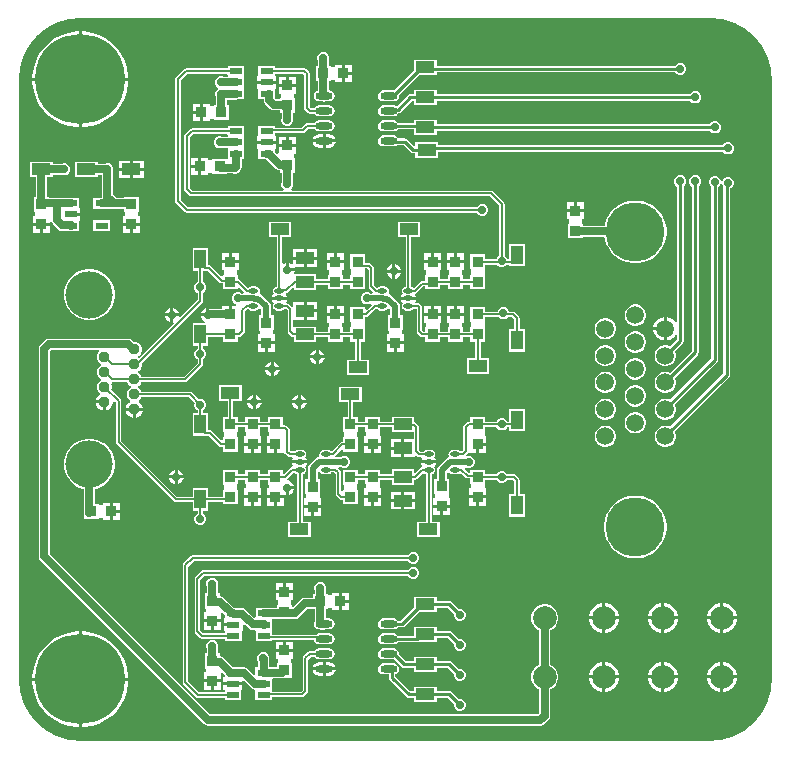
<source format=gtl>
G04*
G04 #@! TF.GenerationSoftware,Altium Limited,Altium Designer,22.9.1 (49)*
G04*
G04 Layer_Physical_Order=1*
G04 Layer_Color=255*
%FSLAX25Y25*%
%MOIN*%
G70*
G04*
G04 #@! TF.SameCoordinates,30CEAF04-E3BD-4145-9B8D-8DB9266C66AB*
G04*
G04*
G04 #@! TF.FilePolarity,Positive*
G04*
G01*
G75*
%ADD12C,0.01000*%
%ADD30R,0.03740X0.03740*%
%ADD31R,0.03740X0.03740*%
%ADD32R,0.06299X0.03937*%
%ADD33R,0.04331X0.02362*%
%ADD34O,0.05709X0.02362*%
%ADD35R,0.03937X0.06299*%
%ADD36R,0.06102X0.03937*%
%ADD37O,0.03150X0.01772*%
%ADD38C,0.00600*%
%ADD39C,0.02000*%
%ADD40C,0.02500*%
%ADD41C,0.05906*%
%ADD42C,0.19685*%
%ADD43C,0.03740*%
%ADD44C,0.15748*%
%ADD45C,0.07874*%
%ADD46C,0.30000*%
%ADD47C,0.03000*%
%ADD48C,0.02800*%
G36*
X120778Y240458D02*
X330000Y240040D01*
X330000Y240040D01*
X330000Y240040D01*
X331312Y240037D01*
X333912Y239690D01*
X336445Y239007D01*
X338868Y237999D01*
X341138Y236684D01*
X343218Y235085D01*
X345071Y233228D01*
X346667Y231145D01*
X347977Y228872D01*
X348980Y226448D01*
X349658Y223913D01*
X350000Y221312D01*
X350000Y220000D01*
X350000Y20000D01*
X350000Y20000D01*
Y18689D01*
X349658Y16090D01*
X348979Y13557D01*
X347976Y11135D01*
X346665Y8865D01*
X345069Y6785D01*
X343215Y4931D01*
X341135Y3335D01*
X338865Y2024D01*
X336443Y1021D01*
X333910Y342D01*
X331311Y0D01*
X118689D01*
X116090Y342D01*
X113557Y1021D01*
X111135Y2024D01*
X108865Y3335D01*
X106785Y4931D01*
X104931Y6785D01*
X103335Y8865D01*
X102024Y11135D01*
X101021Y13557D01*
X100342Y16090D01*
X100000Y18689D01*
X100000Y20000D01*
Y219722D01*
X100000Y221083D01*
X100356Y223781D01*
X101061Y226410D01*
X102104Y228924D01*
X103466Y231280D01*
X105125Y233438D01*
X107051Y235361D01*
X109213Y237015D01*
X111572Y238373D01*
X114088Y239411D01*
X116718Y240111D01*
X119417Y240461D01*
X120778Y240458D01*
D02*
G37*
%LPC*%
G36*
X210563Y224870D02*
X208193D01*
Y222500D01*
X210563D01*
Y224870D01*
D02*
G37*
G36*
X238750Y226569D02*
X231250D01*
Y223018D01*
X224524Y216292D01*
X224402Y216316D01*
X221055D01*
X220360Y216178D01*
X219771Y215784D01*
X219377Y215195D01*
X219239Y214500D01*
X219377Y213805D01*
X219771Y213216D01*
X220360Y212822D01*
X221055Y212684D01*
X224402D01*
X225097Y212822D01*
X225686Y213216D01*
X226079Y213805D01*
X226218Y214500D01*
X226166Y214761D01*
X232837Y221431D01*
X238750D01*
Y222378D01*
X318300D01*
X318304Y222367D01*
X318867Y221804D01*
X319602Y221500D01*
X320398D01*
X321133Y221804D01*
X321695Y222367D01*
X322000Y223102D01*
Y223898D01*
X321695Y224633D01*
X321133Y225196D01*
X320398Y225500D01*
X319602D01*
X318867Y225196D01*
X318304Y224633D01*
X318300Y224622D01*
X238750D01*
Y226569D01*
D02*
G37*
G36*
X174616Y224521D02*
X169085D01*
Y223658D01*
X155240D01*
X154889Y223588D01*
X154591Y223389D01*
X151851Y220649D01*
X151652Y220351D01*
X151582Y220000D01*
Y179500D01*
X151652Y179149D01*
X151851Y178851D01*
X154851Y175851D01*
X155149Y175652D01*
X155500Y175582D01*
X252215D01*
X252305Y175367D01*
X252867Y174804D01*
X253602Y174500D01*
X254398D01*
X255133Y174804D01*
X255696Y175367D01*
X256000Y176102D01*
Y176898D01*
X255696Y177633D01*
X255133Y178196D01*
X254398Y178500D01*
X253602D01*
X252867Y178196D01*
X252305Y177633D01*
X252215Y177418D01*
X155880D01*
X153418Y179880D01*
Y219620D01*
X155620Y221823D01*
X168731D01*
X169085Y221469D01*
X169085Y220959D01*
X168615Y220886D01*
X167673D01*
X167398Y221000D01*
X166602D01*
X165867Y220695D01*
X165305Y220133D01*
X165000Y219398D01*
Y218602D01*
X165305Y217867D01*
X165867Y217304D01*
X165999Y217250D01*
Y216750D01*
X165867Y216695D01*
X165305Y216133D01*
X165000Y215398D01*
Y214602D01*
X165114Y214328D01*
Y211470D01*
X164530D01*
Y211284D01*
X164441Y211224D01*
X163177D01*
Y211870D01*
X160807D01*
Y209000D01*
Y206130D01*
X163177D01*
Y206776D01*
X164441D01*
X164530Y206716D01*
Y206530D01*
X169470D01*
Y211470D01*
X168886D01*
Y213305D01*
X171782D01*
X172503Y213448D01*
X172549Y213479D01*
X174616D01*
Y217041D01*
X174616D01*
Y217219D01*
X174616D01*
Y220459D01*
X174616Y220781D01*
X174616Y221281D01*
Y224521D01*
D02*
G37*
G36*
X121259Y236000D02*
X120500D01*
Y220500D01*
X136000D01*
Y221259D01*
X135606Y223747D01*
X134828Y226142D01*
X133684Y228386D01*
X132204Y230423D01*
X130423Y232204D01*
X128386Y233684D01*
X126142Y234828D01*
X123747Y235606D01*
X121259Y236000D01*
D02*
G37*
G36*
X119500D02*
X118741D01*
X116253Y235606D01*
X113858Y234828D01*
X111614Y233684D01*
X109577Y232204D01*
X107796Y230423D01*
X106316Y228386D01*
X105172Y226142D01*
X104394Y223747D01*
X104000Y221259D01*
Y220500D01*
X119500D01*
Y236000D01*
D02*
G37*
G36*
X210563Y221500D02*
X208193D01*
Y219130D01*
X210563D01*
Y221500D01*
D02*
G37*
G36*
X201398Y229000D02*
X200602D01*
X199867Y228696D01*
X199304Y228133D01*
X199000Y227398D01*
Y226602D01*
X199114Y226327D01*
Y224470D01*
X198530D01*
Y219530D01*
X199114D01*
Y216220D01*
X198904Y216178D01*
X198314Y215784D01*
X197921Y215195D01*
X197782Y214500D01*
X197921Y213805D01*
X198314Y213216D01*
X198904Y212822D01*
X199598Y212684D01*
X200716D01*
X201069Y212614D01*
X201272D01*
X201625Y212684D01*
X202945D01*
X203640Y212822D01*
X204229Y213216D01*
X204623Y213805D01*
X204761Y214500D01*
X204623Y215195D01*
X204229Y215784D01*
X203640Y216178D01*
X202945Y216316D01*
X202886D01*
Y219530D01*
X203470D01*
Y219716D01*
X203559Y219776D01*
X204823D01*
Y219130D01*
X207193D01*
Y222000D01*
Y224870D01*
X204823D01*
Y224224D01*
X203559D01*
X203470Y224284D01*
Y224470D01*
X202886D01*
Y226327D01*
X203000Y226602D01*
Y227398D01*
X202695Y228133D01*
X202133Y228696D01*
X201398Y229000D01*
D02*
G37*
G36*
X191839Y220870D02*
X189469D01*
Y218500D01*
X191839D01*
Y220870D01*
D02*
G37*
G36*
X188469D02*
X186098D01*
Y218500D01*
X188469D01*
Y220870D01*
D02*
G37*
G36*
X238750Y216568D02*
X231250D01*
Y215122D01*
X230000D01*
X230000Y215122D01*
X229571Y215036D01*
X229207Y214793D01*
X225393Y210979D01*
X225097Y211178D01*
X224402Y211316D01*
X221055D01*
X220360Y211178D01*
X219771Y210784D01*
X219377Y210195D01*
X219239Y209500D01*
X219377Y208805D01*
X219771Y208216D01*
X220360Y207822D01*
X221055Y207684D01*
X224402D01*
X225097Y207822D01*
X225686Y208216D01*
X226000Y208687D01*
X226190Y208724D01*
X226554Y208968D01*
X230465Y212878D01*
X231250D01*
Y211432D01*
X238750D01*
Y212878D01*
X323300D01*
X323305Y212867D01*
X323867Y212304D01*
X324602Y212000D01*
X325398D01*
X326133Y212304D01*
X326695Y212867D01*
X327000Y213602D01*
Y214398D01*
X326695Y215133D01*
X326133Y215696D01*
X325398Y216000D01*
X324602D01*
X323867Y215696D01*
X323305Y215133D01*
X323300Y215122D01*
X238750D01*
Y216568D01*
D02*
G37*
G36*
X159807Y211870D02*
X157437D01*
Y209500D01*
X159807D01*
Y211870D01*
D02*
G37*
G36*
X184852Y224521D02*
X179321D01*
Y221181D01*
X178921D01*
Y219500D01*
X182087D01*
X185252D01*
Y221181D01*
X184852D01*
Y221823D01*
X194380D01*
X194582Y221620D01*
Y210500D01*
X194652Y210149D01*
X194851Y209851D01*
X195851Y208851D01*
X196149Y208652D01*
X196500Y208582D01*
X198070D01*
X198314Y208216D01*
X198904Y207822D01*
X199598Y207684D01*
X202945D01*
X203640Y207822D01*
X204229Y208216D01*
X204623Y208805D01*
X204761Y209500D01*
X204623Y210195D01*
X204229Y210784D01*
X203640Y211178D01*
X202945Y211316D01*
X199598D01*
X198904Y211178D01*
X198314Y210784D01*
X198070Y210418D01*
X196880D01*
X196418Y210880D01*
Y222000D01*
X196348Y222351D01*
X196149Y222649D01*
X195647Y223151D01*
X195647Y223151D01*
X195409Y223389D01*
X195111Y223588D01*
X194760Y223658D01*
X184852D01*
Y224521D01*
D02*
G37*
G36*
X159807Y208500D02*
X157437D01*
Y206130D01*
X159807D01*
Y208500D01*
D02*
G37*
G36*
X238750Y206569D02*
X231250D01*
Y205622D01*
X225794D01*
X225686Y205784D01*
X225097Y206178D01*
X224402Y206316D01*
X221055D01*
X220360Y206178D01*
X219771Y205784D01*
X219377Y205195D01*
X219239Y204500D01*
X219377Y203805D01*
X219771Y203216D01*
X220360Y202822D01*
X221055Y202684D01*
X224402D01*
X225097Y202822D01*
X225686Y203216D01*
X225794Y203378D01*
X231250D01*
Y201431D01*
X238750D01*
Y202878D01*
X329800D01*
X329804Y202867D01*
X330367Y202305D01*
X331102Y202000D01*
X331898D01*
X332633Y202305D01*
X333195Y202867D01*
X333500Y203602D01*
Y204398D01*
X333195Y205133D01*
X332633Y205696D01*
X331898Y206000D01*
X331102D01*
X330367Y205696D01*
X329804Y205133D01*
X329800Y205121D01*
X238750D01*
Y206569D01*
D02*
G37*
G36*
X185252Y218500D02*
X182087D01*
X178921D01*
Y216819D01*
X179321D01*
Y213479D01*
X181116D01*
Y213149D01*
X181259Y212428D01*
X181668Y211816D01*
X183202Y210282D01*
X183814Y209874D01*
X184535Y209730D01*
X186498D01*
Y208837D01*
X187098D01*
Y207134D01*
X187000Y206898D01*
Y206102D01*
X187304Y205367D01*
X187867Y204804D01*
X188602Y204500D01*
X189398D01*
X190133Y204804D01*
X190696Y205367D01*
X191000Y206102D01*
Y206898D01*
X190870Y207210D01*
Y208837D01*
X191439D01*
Y213777D01*
X191252D01*
X191193Y213866D01*
Y215130D01*
X191839D01*
Y217500D01*
X188969D01*
X186098D01*
Y215130D01*
X186744D01*
Y213866D01*
X186661Y213777D01*
X186498D01*
Y213604D01*
X186403Y213502D01*
X185317D01*
X184888Y213931D01*
Y215000D01*
X184852Y215182D01*
Y216819D01*
X185252D01*
Y218500D01*
D02*
G37*
G36*
X136000Y219500D02*
X120500D01*
Y204000D01*
X121259D01*
X123747Y204394D01*
X126142Y205172D01*
X128386Y206316D01*
X130423Y207796D01*
X132204Y209577D01*
X133684Y211614D01*
X134828Y213858D01*
X135606Y216253D01*
X136000Y218741D01*
Y219500D01*
D02*
G37*
G36*
X119500D02*
X104000D01*
Y218741D01*
X104394Y216253D01*
X105172Y213858D01*
X106316Y211614D01*
X107796Y209577D01*
X109577Y207796D01*
X111614Y206316D01*
X113858Y205172D01*
X116253Y204394D01*
X118741Y204000D01*
X119500D01*
Y219500D01*
D02*
G37*
G36*
X202945Y206316D02*
X199598D01*
X198904Y206178D01*
X198314Y205784D01*
X198070Y205418D01*
X195625D01*
X195274Y205348D01*
X194977Y205149D01*
X193745Y203918D01*
X184852D01*
Y204521D01*
X179321D01*
Y201181D01*
X178921D01*
Y199500D01*
X182087D01*
X185252D01*
Y201181D01*
X184852D01*
Y202082D01*
X194125D01*
X194477Y202152D01*
X194774Y202351D01*
X196006Y203582D01*
X198070D01*
X198314Y203216D01*
X198904Y202822D01*
X199598Y202684D01*
X202945D01*
X203640Y202822D01*
X204229Y203216D01*
X204623Y203805D01*
X204761Y204500D01*
X204623Y205195D01*
X204229Y205784D01*
X203640Y206178D01*
X202945Y206316D01*
D02*
G37*
G36*
X174616Y204521D02*
X169085D01*
Y203658D01*
X157240D01*
X156889Y203588D01*
X156591Y203389D01*
X154851Y201649D01*
X154652Y201351D01*
X154582Y201000D01*
Y183500D01*
X154652Y183149D01*
X154851Y182851D01*
X156351Y181351D01*
X156649Y181152D01*
X157000Y181082D01*
X256620D01*
X259582Y178120D01*
Y161285D01*
X259367Y161196D01*
X258804Y160633D01*
X258588Y160110D01*
X254970D01*
Y161663D01*
X250030D01*
Y156723D01*
X250216D01*
X250276Y156634D01*
Y155059D01*
X250216Y154970D01*
X250030D01*
Y153418D01*
X247470D01*
Y154970D01*
X247284D01*
X247224Y155059D01*
Y156323D01*
X247870D01*
Y158693D01*
X245000D01*
X242130D01*
Y156323D01*
X242776D01*
Y155059D01*
X242716Y154970D01*
X242530D01*
Y153418D01*
X239970D01*
Y154970D01*
X239784D01*
X239724Y155059D01*
Y156323D01*
X240370D01*
Y158693D01*
X237500D01*
X234630D01*
Y156323D01*
X235276D01*
Y155059D01*
X235216Y154970D01*
X235030D01*
Y152874D01*
X233956D01*
X233605Y152804D01*
X233307Y152605D01*
X231311Y150609D01*
X231091Y150630D01*
X230599Y150959D01*
X230248Y151029D01*
Y167431D01*
X233250D01*
Y172569D01*
X225750D01*
Y167431D01*
X228413D01*
Y151029D01*
X228062Y150959D01*
X227571Y150630D01*
X227242Y150139D01*
X227127Y149559D01*
X227242Y148979D01*
X227541Y148532D01*
X227282Y148360D01*
X226865Y147736D01*
X226818Y147500D01*
X229331D01*
X231843D01*
X231796Y147736D01*
X231525Y148141D01*
X231533Y148256D01*
X231736Y148677D01*
X231910Y148711D01*
X232208Y148910D01*
X234336Y151038D01*
X235030D01*
Y150030D01*
X239970D01*
Y151582D01*
X242530D01*
Y150030D01*
X247470D01*
Y151582D01*
X250030D01*
Y150030D01*
X254970D01*
Y154970D01*
X254784D01*
X254724Y155059D01*
Y156634D01*
X254784Y156723D01*
X254970D01*
Y158275D01*
X258896D01*
X259367Y157805D01*
X260102Y157500D01*
X260898D01*
X261633Y157805D01*
X262104Y158275D01*
X262931D01*
Y157750D01*
X268069D01*
Y165250D01*
X262931D01*
Y160110D01*
X262412D01*
X262195Y160633D01*
X261633Y161196D01*
X261418Y161285D01*
Y178500D01*
X261348Y178851D01*
X261149Y179149D01*
X257649Y182649D01*
X257351Y182848D01*
X257000Y182918D01*
X190406D01*
X190246Y183418D01*
X190696Y183867D01*
X191000Y184602D01*
Y185398D01*
X190870Y185711D01*
Y188837D01*
X191439D01*
Y193777D01*
X191252D01*
X191193Y193866D01*
Y195130D01*
X191839D01*
Y197500D01*
X188969D01*
X186098D01*
Y195559D01*
X186098Y195354D01*
X185598Y195147D01*
X184852Y195893D01*
Y196819D01*
X185252D01*
Y198500D01*
X182087D01*
X178921D01*
Y196819D01*
X179321D01*
Y193479D01*
X181558D01*
X182024Y193386D01*
X185128Y190282D01*
X185740Y189874D01*
X186462Y189730D01*
X186498D01*
Y188837D01*
X187098D01*
Y185634D01*
X187000Y185398D01*
Y184602D01*
X187304Y183867D01*
X187754Y183418D01*
X187594Y182918D01*
X157380D01*
X156418Y183880D01*
Y200620D01*
X157620Y201822D01*
X168731D01*
X169085Y201469D01*
X169085Y200959D01*
X168615Y200886D01*
X167173D01*
X166898Y201000D01*
X166102D01*
X165367Y200695D01*
X164804Y200133D01*
X164500Y199398D01*
Y198602D01*
X164804Y197867D01*
X165367Y197304D01*
X166102Y197000D01*
X166898D01*
X167173Y197114D01*
X168615D01*
X169085Y197041D01*
Y193972D01*
X169085Y193937D01*
X169085Y193921D01*
X168972Y193477D01*
X168589Y193470D01*
X168567Y193470D01*
X164030D01*
Y193284D01*
X163941Y193224D01*
X162677D01*
Y193870D01*
X160307D01*
Y191000D01*
Y188130D01*
X162677D01*
Y188776D01*
X163941D01*
X164030Y188716D01*
Y188530D01*
X168970D01*
Y188671D01*
X170689D01*
X171102Y188500D01*
X171898D01*
X172633Y188804D01*
X173196Y189367D01*
X173466Y190019D01*
X173593Y190210D01*
X173737Y190932D01*
Y193479D01*
X174616D01*
Y197041D01*
X174616D01*
Y197219D01*
X174616D01*
Y200459D01*
X174616Y200781D01*
X174616Y201281D01*
Y204521D01*
D02*
G37*
G36*
X202945Y201724D02*
X201772D01*
Y200000D01*
X205069D01*
X204999Y200351D01*
X204517Y201073D01*
X203796Y201554D01*
X202945Y201724D01*
D02*
G37*
G36*
X200772D02*
X199598D01*
X198747Y201554D01*
X198026Y201073D01*
X197544Y200351D01*
X197474Y200000D01*
X200772D01*
Y201724D01*
D02*
G37*
G36*
X191839Y200870D02*
X189469D01*
Y198500D01*
X191839D01*
Y200870D01*
D02*
G37*
G36*
X188469D02*
X186098D01*
Y198500D01*
X188469D01*
Y200870D01*
D02*
G37*
G36*
X205069Y199000D02*
X201772D01*
Y197276D01*
X202945D01*
X203796Y197445D01*
X204517Y197927D01*
X204999Y198649D01*
X205069Y199000D01*
D02*
G37*
G36*
X200772D02*
X197474D01*
X197544Y198649D01*
X198026Y197927D01*
X198747Y197445D01*
X199598Y197276D01*
X200772D01*
Y199000D01*
D02*
G37*
G36*
X224402Y201316D02*
X221055D01*
X220360Y201178D01*
X219771Y200784D01*
X219377Y200195D01*
X219239Y199500D01*
X219377Y198805D01*
X219771Y198216D01*
X220360Y197822D01*
X221055Y197684D01*
X224402D01*
X225097Y197822D01*
X225539Y198118D01*
X227796D01*
X230207Y195707D01*
X230571Y195464D01*
X231000Y195378D01*
X231000Y195378D01*
X231722D01*
Y193931D01*
X239221D01*
Y195878D01*
X334146D01*
X334151Y195867D01*
X334714Y195305D01*
X335449Y195000D01*
X336244D01*
X336979Y195305D01*
X337542Y195867D01*
X337846Y196602D01*
Y197398D01*
X337542Y198133D01*
X336979Y198696D01*
X336244Y199000D01*
X335449D01*
X334714Y198696D01*
X334151Y198133D01*
X334146Y198122D01*
X239221D01*
Y199068D01*
X231722D01*
Y198071D01*
X231222Y197864D01*
X229054Y200032D01*
X228690Y200275D01*
X228261Y200361D01*
X228261Y200361D01*
X225968D01*
X225686Y200784D01*
X225097Y201178D01*
X224402Y201316D01*
D02*
G37*
G36*
X159307Y193870D02*
X156937D01*
Y191500D01*
X159307D01*
Y193870D01*
D02*
G37*
G36*
X141150Y192968D02*
X137500D01*
Y190500D01*
X141150D01*
Y192968D01*
D02*
G37*
G36*
X136500D02*
X132850D01*
Y190500D01*
X136500D01*
Y192968D01*
D02*
G37*
G36*
X159307Y190500D02*
X156937D01*
Y188130D01*
X159307D01*
Y190500D01*
D02*
G37*
G36*
X110750Y192569D02*
X103250D01*
Y187432D01*
X105114D01*
Y180816D01*
X104530D01*
Y175876D01*
X104716D01*
X104776Y175787D01*
Y174524D01*
X104130D01*
Y172153D01*
X107000D01*
X109870D01*
Y172571D01*
X110370Y172620D01*
X110395Y172494D01*
X110804Y171882D01*
X112691Y169995D01*
X113303Y169586D01*
X114025Y169442D01*
X116535D01*
X116882Y169374D01*
X117411Y169479D01*
X119647D01*
Y172819D01*
X120047D01*
Y174500D01*
X116882D01*
Y175500D01*
X120047D01*
Y177181D01*
X119647D01*
Y180521D01*
X117411D01*
X116882Y180626D01*
X109470D01*
Y180816D01*
X108886D01*
Y187432D01*
X110750D01*
Y188114D01*
X113828D01*
X114102Y188000D01*
X114898D01*
X115633Y188304D01*
X116195Y188867D01*
X116500Y189602D01*
Y190398D01*
X116195Y191133D01*
X115633Y191695D01*
X114898Y192000D01*
X114102D01*
X113828Y191886D01*
X110750D01*
Y192569D01*
D02*
G37*
G36*
X141150Y189500D02*
X137500D01*
Y187031D01*
X141150D01*
Y189500D01*
D02*
G37*
G36*
X136500D02*
X132850D01*
Y187031D01*
X136500D01*
Y189500D01*
D02*
G37*
G36*
X287870Y179063D02*
X285500D01*
Y176693D01*
X287870D01*
Y179063D01*
D02*
G37*
G36*
X284500D02*
X282130D01*
Y176693D01*
X284500D01*
Y179063D01*
D02*
G37*
G36*
X125750Y192569D02*
X118250D01*
Y187432D01*
X125750D01*
Y188114D01*
X127155D01*
Y181105D01*
X127143Y180949D01*
X126727Y180549D01*
X126590Y180521D01*
X124353D01*
Y176959D01*
X126420D01*
X126465Y176929D01*
X127187Y176785D01*
X134530D01*
Y175876D01*
X134716D01*
X134776Y175787D01*
Y174524D01*
X134130D01*
Y172153D01*
X137000D01*
X139870D01*
Y174524D01*
X139224D01*
Y175787D01*
X139284Y175876D01*
X139470D01*
Y180816D01*
X134530D01*
Y180558D01*
X132112D01*
X130928Y181742D01*
Y189428D01*
X131000Y189602D01*
Y190398D01*
X130695Y191133D01*
X130133Y191695D01*
X129398Y192000D01*
X128602D01*
X128328Y191886D01*
X125750D01*
Y192569D01*
D02*
G37*
G36*
X305822Y179635D02*
X304178D01*
X302555Y179378D01*
X300992Y178870D01*
X299527Y178124D01*
X298197Y177158D01*
X297035Y175996D01*
X296069Y174666D01*
X295322Y173202D01*
X294815Y171638D01*
X294750Y171233D01*
X287470D01*
Y171970D01*
X287284D01*
X287224Y172059D01*
Y173323D01*
X287870D01*
Y175693D01*
X285000D01*
X282130D01*
Y173323D01*
X282776D01*
Y172059D01*
X282716Y171970D01*
X282530D01*
Y167030D01*
X287470D01*
Y167460D01*
X294702D01*
X294815Y166748D01*
X295322Y165184D01*
X296069Y163720D01*
X297035Y162390D01*
X298197Y161228D01*
X299527Y160262D01*
X300992Y159516D01*
X302555Y159008D01*
X304178Y158750D01*
X305822D01*
X307445Y159008D01*
X309009Y159516D01*
X310473Y160262D01*
X311803Y161228D01*
X312965Y162390D01*
X313931Y163720D01*
X314678Y165184D01*
X315185Y166748D01*
X315442Y168371D01*
Y170015D01*
X315185Y171638D01*
X314678Y173202D01*
X313931Y174666D01*
X312965Y175996D01*
X311803Y177158D01*
X310473Y178124D01*
X309009Y178870D01*
X307445Y179378D01*
X305822Y179635D01*
D02*
G37*
G36*
X129884Y173041D02*
X124353D01*
Y169479D01*
X129884D01*
Y173041D01*
D02*
G37*
G36*
X139870Y171153D02*
X137500D01*
Y168783D01*
X139870D01*
Y171153D01*
D02*
G37*
G36*
X136500D02*
X134130D01*
Y168783D01*
X136500D01*
Y171153D01*
D02*
G37*
G36*
X109870D02*
X107500D01*
Y168783D01*
X109870D01*
Y171153D01*
D02*
G37*
G36*
X106500D02*
X104130D01*
Y168783D01*
X106500D01*
Y171153D01*
D02*
G37*
G36*
X199051Y163342D02*
X195500D01*
Y160874D01*
X199051D01*
Y163342D01*
D02*
G37*
G36*
X194500D02*
X190949D01*
Y160874D01*
X194500D01*
Y163342D01*
D02*
G37*
G36*
X247870Y162063D02*
X245500D01*
Y159693D01*
X247870D01*
Y162063D01*
D02*
G37*
G36*
X240370D02*
X238000D01*
Y159693D01*
X240370D01*
Y162063D01*
D02*
G37*
G36*
X207870D02*
X205500D01*
Y159693D01*
X207870D01*
Y162063D01*
D02*
G37*
G36*
X172870D02*
X170500D01*
Y159693D01*
X172870D01*
Y162063D01*
D02*
G37*
G36*
X244500D02*
X242130D01*
Y159693D01*
X244500D01*
Y162063D01*
D02*
G37*
G36*
X237000D02*
X234630D01*
Y159693D01*
X237000D01*
Y162063D01*
D02*
G37*
G36*
X204500D02*
X202130D01*
Y159693D01*
X204500D01*
Y162063D01*
D02*
G37*
G36*
X169500D02*
X167130D01*
Y159693D01*
X169500D01*
Y162063D01*
D02*
G37*
G36*
X194500Y159874D02*
X190949D01*
Y158599D01*
X190487Y158407D01*
X190359Y158535D01*
X189500Y158891D01*
Y157000D01*
X191402D01*
X191673Y157405D01*
X194500D01*
Y159874D01*
D02*
G37*
G36*
X199051D02*
X195500D01*
Y157405D01*
X199051D01*
Y159874D01*
D02*
G37*
G36*
X225000Y158391D02*
Y156500D01*
X226891D01*
X226535Y157360D01*
X225859Y158035D01*
X225000Y158391D01*
D02*
G37*
G36*
X224000D02*
X223141Y158035D01*
X222465Y157360D01*
X222109Y156500D01*
X224000D01*
Y158391D01*
D02*
G37*
G36*
X226891Y155500D02*
X225000D01*
Y153609D01*
X225859Y153965D01*
X226535Y154640D01*
X226891Y155500D01*
D02*
G37*
G36*
X224000D02*
X222109D01*
X222465Y154640D01*
X223141Y153965D01*
X224000Y153609D01*
Y155500D01*
D02*
G37*
G36*
X190250Y172569D02*
X182750D01*
Y167431D01*
X185413D01*
Y151029D01*
X185062Y150959D01*
X184571Y150630D01*
X184242Y150139D01*
X184127Y149559D01*
X184242Y148979D01*
X184541Y148532D01*
X184282Y148360D01*
X183865Y147736D01*
X183818Y147500D01*
X186331D01*
X188843D01*
X188796Y147736D01*
X188429Y148285D01*
X188513Y148576D01*
X188642Y148785D01*
X188703D01*
X189054Y148855D01*
X189352Y149054D01*
X190887Y150589D01*
X191349Y150398D01*
Y149932D01*
X198651D01*
Y151582D01*
X202530D01*
Y150030D01*
X207470D01*
Y151582D01*
X210030D01*
Y150030D01*
X214970D01*
Y154970D01*
X214970D01*
X214724Y155446D01*
Y156634D01*
X214799Y156723D01*
X214970D01*
Y156925D01*
X215047Y157016D01*
X215686D01*
X216082Y156620D01*
Y151000D01*
X216152Y150649D01*
X216351Y150351D01*
X217571Y149131D01*
X217364Y148631D01*
X216697D01*
X216633Y148696D01*
X215898Y149000D01*
X215102D01*
X214367Y148696D01*
X213805Y148133D01*
X213500Y147398D01*
Y146602D01*
X213805Y145867D01*
X214367Y145305D01*
X215102Y145000D01*
X215898D01*
X216633Y145305D01*
X216897Y145228D01*
X217062Y144695D01*
X215470Y143103D01*
X214970Y143310D01*
Y144163D01*
X210030D01*
Y139223D01*
X210216D01*
X210276Y139134D01*
Y137559D01*
X210216Y137470D01*
X210030D01*
Y135918D01*
X207470D01*
Y137470D01*
X207284D01*
X207224Y137559D01*
Y138823D01*
X207870D01*
Y141193D01*
X205000D01*
X202130D01*
Y138823D01*
X202776D01*
Y137559D01*
X202716Y137470D01*
X202530D01*
Y135918D01*
X198651D01*
Y137568D01*
X191349D01*
Y137568D01*
X190918Y137735D01*
Y139418D01*
X190949Y139906D01*
X191418Y139906D01*
X194500D01*
Y142874D01*
Y145843D01*
X190949D01*
Y144439D01*
X190449Y144232D01*
X189591Y145090D01*
X189294Y145289D01*
X188943Y145359D01*
X188789D01*
X188525Y145859D01*
X188796Y146264D01*
X188843Y146500D01*
X186331D01*
X183818D01*
X183865Y146264D01*
X184282Y145640D01*
X184541Y145468D01*
X184242Y145021D01*
X184127Y144441D01*
X184242Y143861D01*
X184571Y143370D01*
X185062Y143041D01*
X185642Y142926D01*
X187020D01*
X187599Y143041D01*
X188091Y143370D01*
X188113Y143402D01*
X188648Y143438D01*
X189082Y143003D01*
Y136000D01*
X189152Y135649D01*
X189351Y135351D01*
X190351Y134351D01*
X190649Y134152D01*
X191000Y134082D01*
X191349D01*
Y132431D01*
X198651D01*
Y134082D01*
X202530D01*
Y132530D01*
X207470D01*
Y134082D01*
X210030D01*
Y132530D01*
X211582D01*
Y126568D01*
X208750D01*
Y121432D01*
X216250D01*
Y126568D01*
X213418D01*
Y132530D01*
X214970D01*
Y137470D01*
X214784D01*
X214724Y137559D01*
Y139134D01*
X214784Y139223D01*
X214970D01*
Y140775D01*
X215358D01*
X215709Y140845D01*
X216007Y141044D01*
X218360Y143398D01*
X218909Y143370D01*
X219401Y143041D01*
X219980Y142926D01*
X221358D01*
X221938Y143041D01*
X222429Y143370D01*
X222509Y143489D01*
X223083Y143578D01*
X223369Y143338D01*
Y141316D01*
X222530D01*
Y136376D01*
X222716D01*
X222776Y136287D01*
Y135024D01*
X222130D01*
Y132653D01*
X225000D01*
X227870D01*
Y135024D01*
X227224D01*
Y136287D01*
X227284Y136376D01*
X227470D01*
Y141316D01*
X226631D01*
Y144315D01*
X226507Y144939D01*
X226153Y145468D01*
X223541Y148080D01*
X223012Y148434D01*
X222907Y148455D01*
X222743Y148852D01*
X222761Y148994D01*
X222873Y149559D01*
X222758Y150139D01*
X222429Y150630D01*
X221938Y150959D01*
X221358Y151074D01*
X219980D01*
X219401Y150959D01*
X218909Y150630D01*
X218689Y150609D01*
X217918Y151380D01*
Y157000D01*
X217848Y157351D01*
X217649Y157649D01*
X216715Y158583D01*
X216417Y158782D01*
X216066Y158852D01*
X214970D01*
Y161663D01*
X210030D01*
Y156723D01*
X210216D01*
X210276Y156634D01*
Y155059D01*
X210216Y154970D01*
X210030D01*
Y153418D01*
X207470D01*
Y154970D01*
X207284D01*
X207224Y155059D01*
Y156323D01*
X207870D01*
Y158693D01*
X205000D01*
X202130D01*
Y156323D01*
X202776D01*
Y155059D01*
X202716Y154970D01*
X202530D01*
Y153418D01*
X198651D01*
Y155069D01*
X191716D01*
X191546Y155069D01*
X191367Y155281D01*
X191367Y155281D01*
Y155281D01*
X191297Y155774D01*
X191391Y156000D01*
X189000D01*
Y156500D01*
X188500D01*
Y158891D01*
X187748Y158579D01*
X187248Y158796D01*
Y167431D01*
X190250D01*
Y172569D01*
D02*
G37*
G36*
X199051Y145843D02*
X195500D01*
Y143374D01*
X199051D01*
Y145843D01*
D02*
G37*
G36*
X247870Y144563D02*
X245500D01*
Y142193D01*
X247870D01*
Y144563D01*
D02*
G37*
G36*
X240370D02*
X238000D01*
Y142193D01*
X240370D01*
Y144563D01*
D02*
G37*
G36*
X207870D02*
X205500D01*
Y142193D01*
X207870D01*
Y144563D01*
D02*
G37*
G36*
X244500D02*
X242130D01*
Y142193D01*
X244500D01*
Y144563D01*
D02*
G37*
G36*
X237000D02*
X234630D01*
Y142193D01*
X237000D01*
Y144563D01*
D02*
G37*
G36*
X204500D02*
X202130D01*
Y142193D01*
X204500D01*
Y144563D01*
D02*
G37*
G36*
X151000Y143891D02*
Y142000D01*
X152891D01*
X152535Y142859D01*
X151859Y143535D01*
X151000Y143891D01*
D02*
G37*
G36*
X150000D02*
X149141Y143535D01*
X148465Y142859D01*
X148109Y142000D01*
X150000D01*
Y143891D01*
D02*
G37*
G36*
X199051Y142374D02*
X195500D01*
Y139906D01*
X199051D01*
Y142374D01*
D02*
G37*
G36*
X123835Y156722D02*
X122165D01*
X120528Y156396D01*
X118986Y155758D01*
X117598Y154830D01*
X116418Y153650D01*
X115490Y152262D01*
X114852Y150720D01*
X114526Y149083D01*
Y147413D01*
X114852Y145776D01*
X115490Y144234D01*
X116418Y142846D01*
X117598Y141666D01*
X118986Y140738D01*
X120528Y140100D01*
X122165Y139774D01*
X123835D01*
X125472Y140100D01*
X127014Y140738D01*
X128402Y141666D01*
X129582Y142846D01*
X130510Y144234D01*
X131148Y145776D01*
X131474Y147413D01*
Y149083D01*
X131148Y150720D01*
X130510Y152262D01*
X129582Y153650D01*
X128402Y154830D01*
X127014Y155758D01*
X125472Y156396D01*
X123835Y156722D01*
D02*
G37*
G36*
X150000Y141000D02*
X148109D01*
X148465Y140140D01*
X149141Y139465D01*
X150000Y139109D01*
Y141000D01*
D02*
G37*
G36*
X320398Y188000D02*
X319602D01*
X318867Y187696D01*
X318304Y187133D01*
X318000Y186398D01*
Y185602D01*
X318304Y184867D01*
X318867Y184304D01*
X318879Y184300D01*
Y139137D01*
X318378Y139003D01*
X318163Y139376D01*
X317427Y140112D01*
X316526Y140632D01*
X315520Y140902D01*
X315500D01*
Y136949D01*
Y132996D01*
X315520D01*
X316526Y133265D01*
X317427Y133786D01*
X318163Y134522D01*
X318378Y134895D01*
X318879Y134761D01*
Y133437D01*
X316595Y131154D01*
X316371Y131283D01*
X315468Y131525D01*
X314532D01*
X313629Y131283D01*
X312819Y130815D01*
X312157Y130154D01*
X311689Y129344D01*
X311447Y128440D01*
Y127505D01*
X311689Y126601D01*
X312157Y125791D01*
X312819Y125129D01*
X313629Y124662D01*
X314532Y124420D01*
X315468D01*
X316371Y124662D01*
X317181Y125129D01*
X317843Y125791D01*
X318311Y126601D01*
X318553Y127505D01*
Y128440D01*
X318311Y129344D01*
X318181Y129568D01*
X320793Y132179D01*
X320793Y132179D01*
X321036Y132543D01*
X321122Y132972D01*
X321122Y132973D01*
Y184300D01*
X321133Y184304D01*
X321695Y184867D01*
X322000Y185602D01*
Y186398D01*
X321695Y187133D01*
X321133Y187696D01*
X320398Y188000D01*
D02*
G37*
G36*
X305468Y144990D02*
X304532D01*
X303629Y144748D01*
X302819Y144280D01*
X302157Y143619D01*
X301689Y142808D01*
X301447Y141905D01*
Y140969D01*
X301689Y140066D01*
X302157Y139256D01*
X302819Y138594D01*
X303629Y138126D01*
X304532Y137884D01*
X305468D01*
X306371Y138126D01*
X307181Y138594D01*
X307843Y139256D01*
X308311Y140066D01*
X308553Y140969D01*
Y141905D01*
X308311Y142808D01*
X307843Y143619D01*
X307181Y144280D01*
X306371Y144748D01*
X305468Y144990D01*
D02*
G37*
G36*
X314500Y140902D02*
X314480D01*
X313474Y140632D01*
X312573Y140112D01*
X311837Y139376D01*
X311317Y138475D01*
X311047Y137469D01*
Y137449D01*
X314500D01*
Y140902D01*
D02*
G37*
G36*
X295468Y140502D02*
X294532D01*
X293629Y140260D01*
X292819Y139792D01*
X292157Y139130D01*
X291689Y138320D01*
X291447Y137417D01*
Y136481D01*
X291689Y135577D01*
X292157Y134767D01*
X292819Y134106D01*
X293629Y133638D01*
X294532Y133396D01*
X295468D01*
X296371Y133638D01*
X297181Y134106D01*
X297843Y134767D01*
X298311Y135577D01*
X298553Y136481D01*
Y137417D01*
X298311Y138320D01*
X297843Y139130D01*
X297181Y139792D01*
X296371Y140260D01*
X295468Y140502D01*
D02*
G37*
G36*
X314500Y136449D02*
X311047D01*
Y136428D01*
X311317Y135423D01*
X311837Y134522D01*
X312573Y133786D01*
X313474Y133265D01*
X314480Y132996D01*
X314500D01*
Y136449D01*
D02*
G37*
G36*
X162568Y163750D02*
X157431D01*
Y156250D01*
X159082D01*
Y152435D01*
X158867Y152346D01*
X158305Y151783D01*
X158000Y151048D01*
Y150252D01*
X158305Y149517D01*
X158867Y148954D01*
X159082Y148865D01*
Y146477D01*
X153309Y140704D01*
X152885Y140987D01*
X152891Y141000D01*
X151000D01*
Y139109D01*
X151013Y139115D01*
X151296Y138691D01*
X139549Y126944D01*
X139399Y127094D01*
X139072Y127229D01*
Y127771D01*
X139399Y127906D01*
X140094Y128601D01*
X140470Y129509D01*
Y130491D01*
X140094Y131399D01*
X139399Y132094D01*
X138491Y132470D01*
X137809D01*
X137226Y133052D01*
X136615Y133461D01*
X135893Y133605D01*
X109465D01*
X108743Y133461D01*
X108131Y133052D01*
X106666Y131588D01*
X106257Y130976D01*
X106114Y130254D01*
Y61000D01*
X106257Y60278D01*
X106666Y59666D01*
X161166Y5166D01*
X161778Y4757D01*
X162500Y4614D01*
X273351D01*
X274072Y4757D01*
X274684Y5166D01*
X276149Y6631D01*
X276558Y7243D01*
X276701Y7965D01*
Y16665D01*
X277601Y17185D01*
X278446Y18029D01*
X279043Y19064D01*
X279352Y20218D01*
Y21412D01*
X279043Y22566D01*
X278446Y23601D01*
X277601Y24445D01*
X276701Y24965D01*
Y36350D01*
X277601Y36869D01*
X278446Y37714D01*
X279043Y38749D01*
X279352Y39903D01*
Y41097D01*
X279043Y42251D01*
X278446Y43286D01*
X277601Y44131D01*
X276566Y44728D01*
X275412Y45037D01*
X274218D01*
X273064Y44728D01*
X272029Y44131D01*
X271184Y43286D01*
X270587Y42251D01*
X270278Y41097D01*
Y39903D01*
X270587Y38749D01*
X271184Y37714D01*
X272029Y36869D01*
X272929Y36350D01*
Y24965D01*
X272029Y24445D01*
X271184Y23601D01*
X270587Y22566D01*
X270278Y21412D01*
Y20218D01*
X270587Y19064D01*
X271184Y18029D01*
X272029Y17185D01*
X272929Y16665D01*
Y8746D01*
X272569Y8386D01*
X163281D01*
X109886Y61781D01*
Y129473D01*
X110246Y129832D01*
X126132D01*
X126339Y129332D01*
X125906Y128899D01*
X125530Y127991D01*
Y127009D01*
X125906Y126101D01*
X126601Y125406D01*
X126928Y125271D01*
Y124729D01*
X126601Y124594D01*
X125906Y123899D01*
X125530Y122991D01*
Y122009D01*
X125906Y121101D01*
X126601Y120406D01*
X126928Y120271D01*
Y119729D01*
X126601Y119594D01*
X125906Y118899D01*
X125530Y117991D01*
Y117009D01*
X125906Y116101D01*
X126488Y115519D01*
X126497Y115057D01*
X126458Y114924D01*
X126238Y114797D01*
X125703Y114262D01*
X125326Y113608D01*
X125163Y113000D01*
X128000D01*
Y112500D01*
X128500D01*
Y109663D01*
X129108Y109826D01*
X129762Y110203D01*
X130297Y110738D01*
X130675Y111392D01*
X130870Y112122D01*
Y112625D01*
X131370Y112832D01*
X131856Y112346D01*
Y99226D01*
X131926Y98875D01*
X132125Y98577D01*
X151351Y79351D01*
X151649Y79152D01*
X152000Y79082D01*
X157431D01*
Y76250D01*
X159082D01*
Y75285D01*
X158867Y75195D01*
X158305Y74633D01*
X158000Y73898D01*
Y73102D01*
X158305Y72367D01*
X158867Y71804D01*
X159602Y71500D01*
X160398D01*
X161133Y71804D01*
X161696Y72367D01*
X162000Y73102D01*
Y73898D01*
X161696Y74633D01*
X161133Y75195D01*
X160918Y75285D01*
Y76250D01*
X162568D01*
Y79082D01*
X167530D01*
Y78337D01*
X172470D01*
Y83277D01*
X172284D01*
X172224Y83366D01*
Y84941D01*
X172284Y85030D01*
X172470D01*
Y86582D01*
X175030D01*
Y85030D01*
X175216D01*
X175276Y84941D01*
Y83677D01*
X174630D01*
Y81307D01*
X177500D01*
X180370D01*
Y83677D01*
X179724D01*
Y84941D01*
X179784Y85030D01*
X179970D01*
Y86582D01*
X182530D01*
Y85030D01*
X182716D01*
X182776Y84941D01*
Y83677D01*
X182130D01*
Y81307D01*
X185000D01*
X187870D01*
Y81343D01*
X188286Y81621D01*
X188475Y81542D01*
Y83933D01*
X188975D01*
Y84433D01*
X191365D01*
X191009Y85292D01*
X190334Y85967D01*
X189452Y86333D01*
X188938D01*
X188786Y86833D01*
X188814Y86851D01*
X190860Y88898D01*
X191409Y88870D01*
X191901Y88541D01*
X192252Y88472D01*
Y72569D01*
X189250D01*
Y67431D01*
X196750D01*
Y72569D01*
X194087D01*
Y88472D01*
X194438Y88541D01*
X194930Y88870D01*
X195258Y89361D01*
X195373Y89941D01*
X195258Y90521D01*
X194959Y90968D01*
X195218Y91140D01*
X195635Y91764D01*
X195682Y92000D01*
X193169D01*
X190657D01*
X190704Y91764D01*
X190975Y91359D01*
X190711Y90859D01*
X190606D01*
X190255Y90789D01*
X189957Y90590D01*
X187970Y88603D01*
X187470Y88810D01*
Y89970D01*
X182530D01*
Y88418D01*
X179970D01*
Y89970D01*
X175030D01*
Y88418D01*
X172470D01*
Y89970D01*
X167530D01*
Y85030D01*
X167716D01*
X167776Y84941D01*
Y83366D01*
X167716Y83277D01*
X167530D01*
Y80918D01*
X162568D01*
Y83750D01*
X157431D01*
Y80918D01*
X152380D01*
X133691Y99606D01*
Y112726D01*
X133622Y113077D01*
X133423Y113375D01*
X130271Y116527D01*
X130470Y117009D01*
Y117991D01*
X130205Y118631D01*
X130409Y118942D01*
X130559Y119082D01*
X135706D01*
X135906Y118601D01*
X136601Y117906D01*
X136928Y117771D01*
Y117229D01*
X136601Y117094D01*
X135906Y116399D01*
X135530Y115491D01*
Y114509D01*
X135906Y113601D01*
X136488Y113019D01*
X136497Y112557D01*
X136458Y112424D01*
X136238Y112297D01*
X135703Y111762D01*
X135326Y111108D01*
X135163Y110500D01*
X138000D01*
X140837D01*
X140674Y111108D01*
X140297Y111762D01*
X139762Y112297D01*
X139542Y112424D01*
X139503Y112557D01*
X139512Y113019D01*
X140094Y113601D01*
X140294Y114082D01*
X156120D01*
X158089Y112113D01*
X158000Y111898D01*
Y111102D01*
X158305Y110367D01*
X158867Y109804D01*
X159082Y109715D01*
Y108750D01*
X157431D01*
Y101250D01*
X161580D01*
X161669Y101233D01*
X162748D01*
X166322Y97658D01*
X166620Y97459D01*
X166971Y97389D01*
X167530D01*
Y95837D01*
X172470D01*
Y100777D01*
X172284D01*
X172224Y100866D01*
Y102441D01*
X172284Y102530D01*
X172470D01*
Y104082D01*
X175030D01*
Y102530D01*
X175216D01*
X175276Y102441D01*
Y101177D01*
X174630D01*
Y98807D01*
X177500D01*
X180370D01*
Y101177D01*
X179724D01*
Y102441D01*
X179784Y102530D01*
X179970D01*
Y104082D01*
X182530D01*
Y102530D01*
X182716D01*
X182776Y102441D01*
Y101177D01*
X182130D01*
Y98807D01*
X185000D01*
Y98307D01*
X185500D01*
Y95437D01*
X187870D01*
X187870Y95437D01*
X188303Y95275D01*
X188351Y95203D01*
X189144Y94410D01*
X189441Y94211D01*
X189792Y94141D01*
X190711D01*
X190975Y93641D01*
X190704Y93236D01*
X190657Y93000D01*
X193169D01*
X195682D01*
X195635Y93236D01*
X195218Y93860D01*
X194959Y94032D01*
X195258Y94479D01*
X195373Y95059D01*
X195258Y95639D01*
X194930Y96130D01*
X194438Y96459D01*
X193858Y96574D01*
X192480D01*
X191901Y96459D01*
X191409Y96130D01*
X191306Y95977D01*
X190173D01*
X189918Y96232D01*
Y103000D01*
X189848Y103351D01*
X189649Y103649D01*
X188908Y104390D01*
X188610Y104589D01*
X188259Y104659D01*
X187470D01*
Y107470D01*
X182530D01*
Y105918D01*
X179970D01*
Y107470D01*
X175030D01*
Y105918D01*
X172470D01*
Y107470D01*
X170918D01*
Y112932D01*
X173750D01*
Y118069D01*
X166250D01*
Y112932D01*
X169082D01*
Y107470D01*
X167530D01*
Y102530D01*
X167716D01*
X167776Y102441D01*
Y100866D01*
X167716Y100777D01*
X167530D01*
Y99753D01*
X167030Y99546D01*
X163776Y102799D01*
X163479Y102998D01*
X163128Y103068D01*
X162568D01*
Y108750D01*
X160918D01*
Y109715D01*
X161133Y109804D01*
X161696Y110367D01*
X162000Y111102D01*
Y111898D01*
X161696Y112633D01*
X161133Y113196D01*
X160398Y113500D01*
X159602D01*
X159387Y113411D01*
X157149Y115649D01*
X156851Y115848D01*
X156500Y115918D01*
X140294D01*
X140094Y116399D01*
X139399Y117094D01*
X139072Y117229D01*
Y117771D01*
X139399Y117906D01*
X140094Y118601D01*
X140294Y119082D01*
X155000D01*
X155351Y119152D01*
X155649Y119351D01*
X160649Y124351D01*
X160848Y124649D01*
X160918Y125000D01*
Y126715D01*
X161133Y126804D01*
X161696Y127367D01*
X162000Y128102D01*
Y128898D01*
X161696Y129633D01*
X161133Y130195D01*
X160918Y130285D01*
Y131250D01*
X162568D01*
Y134082D01*
X167530D01*
Y132530D01*
X172470D01*
Y134082D01*
X173000D01*
X173351Y134152D01*
X173649Y134351D01*
X174649Y135351D01*
X174848Y135649D01*
X174918Y136000D01*
Y142620D01*
X175689Y143391D01*
X175909Y143370D01*
X176401Y143041D01*
X176980Y142926D01*
X178358D01*
X178938Y143041D01*
X179429Y143370D01*
X179509Y143489D01*
X180083Y143578D01*
X180369Y143338D01*
Y141316D01*
X179530D01*
Y136376D01*
X179716D01*
X179776Y136287D01*
Y135024D01*
X179130D01*
Y132653D01*
X182000D01*
X184870D01*
Y135024D01*
X184224D01*
Y136287D01*
X184284Y136376D01*
X184470D01*
Y141316D01*
X183631D01*
Y144315D01*
X183507Y144939D01*
X183153Y145468D01*
X180542Y148080D01*
X180012Y148434D01*
X179907Y148455D01*
X179743Y148852D01*
X179761Y148994D01*
X179873Y149559D01*
X179758Y150139D01*
X179429Y150630D01*
X178938Y150959D01*
X178358Y151074D01*
X176980D01*
X176401Y150959D01*
X175909Y150630D01*
X175689Y150609D01*
X173149Y153149D01*
X172851Y153348D01*
X172500Y153418D01*
X172470D01*
Y154970D01*
X172284D01*
X172224Y155059D01*
Y156323D01*
X172870D01*
Y158693D01*
X170000D01*
X167130D01*
Y156323D01*
X167776D01*
Y155059D01*
X167716Y154970D01*
X167530D01*
Y154475D01*
X167030Y154268D01*
X163498Y157799D01*
X163201Y157998D01*
X162850Y158068D01*
X162568D01*
Y163750D01*
D02*
G37*
G36*
X227870Y131653D02*
X225500D01*
Y129283D01*
X227870D01*
Y131653D01*
D02*
G37*
G36*
X224500D02*
X222130D01*
Y129283D01*
X224500D01*
Y131653D01*
D02*
G37*
G36*
X184870D02*
X182500D01*
Y129283D01*
X184870D01*
Y131653D01*
D02*
G37*
G36*
X181500D02*
X179130D01*
Y129283D01*
X181500D01*
Y131653D01*
D02*
G37*
G36*
X231843Y146500D02*
X229331D01*
X226818D01*
X226865Y146264D01*
X227282Y145640D01*
X227541Y145468D01*
X227242Y145021D01*
X227127Y144441D01*
X227242Y143861D01*
X227571Y143370D01*
X228062Y143041D01*
X228642Y142926D01*
X230020D01*
X230599Y143041D01*
X231091Y143370D01*
X231233Y143582D01*
X232082D01*
Y136000D01*
X232152Y135649D01*
X232351Y135351D01*
X233351Y134351D01*
X233649Y134152D01*
X234000Y134082D01*
X235030D01*
Y132530D01*
X239970D01*
Y134082D01*
X242530D01*
Y132530D01*
X247470D01*
Y134082D01*
X250030D01*
Y132530D01*
X251582D01*
Y127068D01*
X248750D01*
Y121932D01*
X256250D01*
Y127068D01*
X253418D01*
Y132530D01*
X254970D01*
Y137470D01*
X254784D01*
X254724Y137559D01*
Y139134D01*
X254784Y139223D01*
X254970D01*
Y140775D01*
X259396D01*
X259867Y140305D01*
X260602Y140000D01*
X261398D01*
X262133Y140305D01*
X262604Y140775D01*
X263927D01*
X264582Y140120D01*
Y136750D01*
X262931D01*
Y129250D01*
X268069D01*
Y136750D01*
X266418D01*
Y140500D01*
X266348Y140851D01*
X266149Y141149D01*
X264956Y142342D01*
X264658Y142541D01*
X264307Y142611D01*
X262912D01*
X262696Y143133D01*
X262133Y143695D01*
X261398Y144000D01*
X260602D01*
X259867Y143695D01*
X259304Y143133D01*
X259088Y142611D01*
X254970D01*
Y144163D01*
X250030D01*
Y139223D01*
X250216D01*
X250276Y139134D01*
Y137559D01*
X250216Y137470D01*
X250030D01*
Y135918D01*
X247470D01*
Y137470D01*
X247284D01*
X247224Y137559D01*
Y138823D01*
X247870D01*
Y141193D01*
X245000D01*
X242130D01*
Y138823D01*
X242776D01*
Y137559D01*
X242716Y137470D01*
X242530D01*
Y135918D01*
X239970D01*
Y137470D01*
X239784D01*
X239724Y137559D01*
Y138823D01*
X240370D01*
Y141193D01*
X237500D01*
X234630D01*
Y138823D01*
X235276D01*
Y137559D01*
X235216Y137470D01*
X235030D01*
Y135918D01*
X234380D01*
X233918Y136380D01*
Y144000D01*
X233848Y144351D01*
X233649Y144649D01*
X233149Y145149D01*
X232851Y145348D01*
X232500Y145418D01*
X231832D01*
X231564Y145918D01*
X231796Y146264D01*
X231843Y146500D01*
D02*
G37*
G36*
X305468Y136013D02*
X304532D01*
X303629Y135771D01*
X302819Y135303D01*
X302157Y134642D01*
X301689Y133832D01*
X301447Y132928D01*
Y131993D01*
X301689Y131089D01*
X302157Y130279D01*
X302819Y129618D01*
X303629Y129150D01*
X304532Y128908D01*
X305468D01*
X306371Y129150D01*
X307181Y129618D01*
X307843Y130279D01*
X308311Y131089D01*
X308553Y131993D01*
Y132928D01*
X308311Y133832D01*
X307843Y134642D01*
X307181Y135303D01*
X306371Y135771D01*
X305468Y136013D01*
D02*
G37*
G36*
X199500Y129891D02*
Y128000D01*
X201391D01*
X201035Y128859D01*
X200360Y129535D01*
X199500Y129891D01*
D02*
G37*
G36*
X198500D02*
X197641Y129535D01*
X196965Y128859D01*
X196609Y128000D01*
X198500D01*
Y129891D01*
D02*
G37*
G36*
X201391Y127000D02*
X199500D01*
Y125109D01*
X200360Y125465D01*
X201035Y126140D01*
X201391Y127000D01*
D02*
G37*
G36*
X198500D02*
X196609D01*
X196965Y126140D01*
X197641Y125465D01*
X198500Y125109D01*
Y127000D01*
D02*
G37*
G36*
X295468Y131525D02*
X294532D01*
X293629Y131283D01*
X292819Y130815D01*
X292157Y130154D01*
X291689Y129344D01*
X291447Y128440D01*
Y127505D01*
X291689Y126601D01*
X292157Y125791D01*
X292819Y125129D01*
X293629Y124662D01*
X294532Y124420D01*
X295468D01*
X296371Y124662D01*
X297181Y125129D01*
X297843Y125791D01*
X298311Y126601D01*
X298553Y127505D01*
Y128440D01*
X298311Y129344D01*
X297843Y130154D01*
X297181Y130815D01*
X296371Y131283D01*
X295468Y131525D01*
D02*
G37*
G36*
X184500Y125891D02*
Y124000D01*
X186391D01*
X186035Y124859D01*
X185360Y125535D01*
X184500Y125891D01*
D02*
G37*
G36*
X183500D02*
X182641Y125535D01*
X181965Y124859D01*
X181609Y124000D01*
X183500D01*
Y125891D01*
D02*
G37*
G36*
X325398Y188000D02*
X324602D01*
X323867Y187696D01*
X323305Y187133D01*
X323000Y186398D01*
Y185602D01*
X323305Y184867D01*
X323867Y184304D01*
X323879Y184300D01*
Y129461D01*
X316595Y122177D01*
X316371Y122307D01*
X315468Y122549D01*
X314532D01*
X313629Y122307D01*
X312819Y121839D01*
X312157Y121177D01*
X311689Y120367D01*
X311447Y119464D01*
Y118528D01*
X311689Y117625D01*
X312157Y116815D01*
X312819Y116153D01*
X313629Y115685D01*
X314532Y115443D01*
X315468D01*
X316371Y115685D01*
X317181Y116153D01*
X317843Y116815D01*
X318311Y117625D01*
X318553Y118528D01*
Y119464D01*
X318311Y120367D01*
X318181Y120591D01*
X325793Y128203D01*
X325793Y128203D01*
X326036Y128567D01*
X326122Y128996D01*
X326121Y128996D01*
Y184300D01*
X326133Y184304D01*
X326695Y184867D01*
X327000Y185602D01*
Y186398D01*
X326695Y187133D01*
X326133Y187696D01*
X325398Y188000D01*
D02*
G37*
G36*
X186391Y123000D02*
X184500D01*
Y121109D01*
X185360Y121465D01*
X186035Y122141D01*
X186391Y123000D01*
D02*
G37*
G36*
X183500D02*
X181609D01*
X181965Y122141D01*
X182641Y121465D01*
X183500Y121109D01*
Y123000D01*
D02*
G37*
G36*
X305468Y127037D02*
X304532D01*
X303629Y126795D01*
X302819Y126327D01*
X302157Y125666D01*
X301689Y124856D01*
X301447Y123952D01*
Y123017D01*
X301689Y122113D01*
X302157Y121303D01*
X302819Y120641D01*
X303629Y120174D01*
X304532Y119931D01*
X305468D01*
X306371Y120174D01*
X307181Y120641D01*
X307843Y121303D01*
X308311Y122113D01*
X308553Y123017D01*
Y123952D01*
X308311Y124856D01*
X307843Y125666D01*
X307181Y126327D01*
X306371Y126795D01*
X305468Y127037D01*
D02*
G37*
G36*
X295468Y122549D02*
X294532D01*
X293629Y122307D01*
X292819Y121839D01*
X292157Y121177D01*
X291689Y120367D01*
X291447Y119464D01*
Y118528D01*
X291689Y117625D01*
X292157Y116815D01*
X292819Y116153D01*
X293629Y115685D01*
X294532Y115443D01*
X295468D01*
X296371Y115685D01*
X297181Y116153D01*
X297843Y116815D01*
X298311Y117625D01*
X298553Y118528D01*
Y119464D01*
X298311Y120367D01*
X297843Y121177D01*
X297181Y121839D01*
X296371Y122307D01*
X295468Y122549D01*
D02*
G37*
G36*
X193500Y114891D02*
Y113000D01*
X195391D01*
X195035Y113859D01*
X194360Y114535D01*
X193500Y114891D01*
D02*
G37*
G36*
X192500D02*
X191640Y114535D01*
X190965Y113859D01*
X190609Y113000D01*
X192500D01*
Y114891D01*
D02*
G37*
G36*
X178500D02*
Y113000D01*
X180391D01*
X180035Y113859D01*
X179359Y114535D01*
X178500Y114891D01*
D02*
G37*
G36*
X177500D02*
X176640Y114535D01*
X175965Y113859D01*
X175609Y113000D01*
X177500D01*
Y114891D01*
D02*
G37*
G36*
X305468Y118061D02*
X304532D01*
X303629Y117818D01*
X302819Y117351D01*
X302157Y116689D01*
X301689Y115879D01*
X301447Y114976D01*
Y114040D01*
X301689Y113137D01*
X302157Y112326D01*
X302819Y111665D01*
X303629Y111197D01*
X304532Y110955D01*
X305468D01*
X306371Y111197D01*
X307181Y111665D01*
X307843Y112326D01*
X308311Y113137D01*
X308553Y114040D01*
Y114976D01*
X308311Y115879D01*
X307843Y116689D01*
X307181Y117351D01*
X306371Y117818D01*
X305468Y118061D01*
D02*
G37*
G36*
X195391Y112000D02*
X193500D01*
Y110109D01*
X194360Y110465D01*
X195035Y111141D01*
X195391Y112000D01*
D02*
G37*
G36*
X192500D02*
X190609D01*
X190965Y111141D01*
X191640Y110465D01*
X192500Y110109D01*
Y112000D01*
D02*
G37*
G36*
X180391D02*
X178500D01*
Y110109D01*
X179359Y110465D01*
X180035Y111141D01*
X180391Y112000D01*
D02*
G37*
G36*
X177500D02*
X175609D01*
X175965Y111141D01*
X176640Y110465D01*
X177500Y110109D01*
Y112000D01*
D02*
G37*
G36*
X127500D02*
X125163D01*
X125326Y111392D01*
X125703Y110738D01*
X126238Y110203D01*
X126892Y109826D01*
X127500Y109663D01*
Y112000D01*
D02*
G37*
G36*
X140837Y109500D02*
X138500D01*
Y107163D01*
X139108Y107325D01*
X139762Y107703D01*
X140297Y108238D01*
X140674Y108892D01*
X140837Y109500D01*
D02*
G37*
G36*
X137500D02*
X135163D01*
X135326Y108892D01*
X135703Y108238D01*
X136238Y107703D01*
X136892Y107325D01*
X137500Y107163D01*
Y109500D01*
D02*
G37*
G36*
X295468Y113572D02*
X294532D01*
X293629Y113330D01*
X292819Y112863D01*
X292157Y112201D01*
X291689Y111391D01*
X291447Y110487D01*
Y109552D01*
X291689Y108648D01*
X292157Y107838D01*
X292819Y107177D01*
X293629Y106709D01*
X294532Y106467D01*
X295468D01*
X296371Y106709D01*
X297181Y107177D01*
X297843Y107838D01*
X298311Y108648D01*
X298553Y109552D01*
Y110487D01*
X298311Y111391D01*
X297843Y112201D01*
X297181Y112863D01*
X296371Y113330D01*
X295468Y113572D01*
D02*
G37*
G36*
X268069Y110250D02*
X262931D01*
Y105918D01*
X262285D01*
X262195Y106133D01*
X261633Y106695D01*
X260898Y107000D01*
X260102D01*
X259367Y106695D01*
X258804Y106133D01*
X258715Y105918D01*
X254970D01*
Y107470D01*
X250030D01*
Y105918D01*
X249500D01*
X249149Y105848D01*
X248851Y105649D01*
X247851Y104649D01*
X247652Y104351D01*
X247582Y104000D01*
Y96497D01*
X247148Y96062D01*
X246613Y96098D01*
X246591Y96130D01*
X246099Y96459D01*
X245520Y96574D01*
X244142D01*
X243562Y96459D01*
X243071Y96130D01*
X242742Y95639D01*
X242627Y95059D01*
X242739Y94494D01*
X242757Y94352D01*
X242593Y93955D01*
X242488Y93934D01*
X241958Y93580D01*
X239347Y90968D01*
X238993Y90439D01*
X238869Y89815D01*
Y86817D01*
X238030D01*
Y81876D01*
X238216D01*
X238276Y81787D01*
Y80524D01*
X237630D01*
Y78154D01*
X240500D01*
X243370D01*
Y80524D01*
X242724D01*
Y81787D01*
X242784Y81876D01*
X242970D01*
Y86817D01*
X242131D01*
Y88838D01*
X242417Y89078D01*
X242991Y88989D01*
X243071Y88870D01*
X243562Y88541D01*
X244142Y88426D01*
X245520D01*
X246099Y88541D01*
X246591Y88870D01*
X246811Y88891D01*
X248432Y87270D01*
X248730Y87071D01*
X249081Y87001D01*
X250030D01*
Y85030D01*
X250216D01*
X250276Y84941D01*
Y83677D01*
X249630D01*
Y81307D01*
X252500D01*
X255370D01*
Y83677D01*
X254724D01*
Y84941D01*
X254784Y85030D01*
X254970D01*
Y86582D01*
X258715D01*
X258804Y86367D01*
X259367Y85804D01*
X260102Y85500D01*
X260898D01*
X261633Y85804D01*
X262195Y86367D01*
X262285Y86582D01*
X264120D01*
X264582Y86120D01*
Y81750D01*
X262931D01*
Y74250D01*
X268069D01*
Y81750D01*
X266418D01*
Y86500D01*
X266348Y86851D01*
X266149Y87149D01*
X265149Y88149D01*
X264851Y88348D01*
X264500Y88418D01*
X262285D01*
X262195Y88633D01*
X261633Y89196D01*
X260898Y89500D01*
X260102D01*
X259367Y89196D01*
X258804Y88633D01*
X258715Y88418D01*
X254970D01*
Y89970D01*
X250030D01*
Y88836D01*
X249462D01*
X248221Y90077D01*
X248272Y90727D01*
X248367Y90804D01*
X249102Y90500D01*
X249898D01*
X250633Y90804D01*
X251196Y91367D01*
X251500Y92102D01*
Y92898D01*
X251196Y93633D01*
X250633Y94195D01*
X249898Y94500D01*
X249102D01*
X248737Y94349D01*
X248454Y94773D01*
X249130Y95449D01*
X249630Y95437D01*
X249630Y95437D01*
X252000D01*
Y98307D01*
X252500D01*
Y98807D01*
X255370D01*
Y101177D01*
X254724D01*
Y102441D01*
X254784Y102530D01*
X254970D01*
Y104082D01*
X258715D01*
X258804Y103867D01*
X259367Y103305D01*
X260102Y103000D01*
X260898D01*
X261633Y103305D01*
X262195Y103867D01*
X262285Y104082D01*
X262931D01*
Y102750D01*
X268069D01*
Y110250D01*
D02*
G37*
G36*
X331898Y187782D02*
X331102D01*
X330367Y187478D01*
X329804Y186915D01*
X329500Y186180D01*
Y185384D01*
X329804Y184649D01*
X330367Y184087D01*
X330379Y184082D01*
Y126984D01*
X316595Y113201D01*
X316371Y113330D01*
X315468Y113572D01*
X314532D01*
X313629Y113330D01*
X312819Y112863D01*
X312157Y112201D01*
X311689Y111391D01*
X311447Y110487D01*
Y109552D01*
X311689Y108648D01*
X312157Y107838D01*
X312819Y107177D01*
X313629Y106709D01*
X314532Y106467D01*
X315468D01*
X316371Y106709D01*
X317181Y107177D01*
X317843Y107838D01*
X318311Y108648D01*
X318553Y109552D01*
Y110487D01*
X318311Y111391D01*
X318181Y111615D01*
X332293Y125727D01*
X332293Y125727D01*
X332536Y126091D01*
X332622Y126520D01*
Y184082D01*
X332633Y184087D01*
X333195Y184649D01*
X333365Y185058D01*
X333544Y185074D01*
X333885Y185008D01*
X334151Y184367D01*
X334379Y184140D01*
Y122008D01*
X316595Y104225D01*
X316371Y104354D01*
X315468Y104596D01*
X314532D01*
X313629Y104354D01*
X312819Y103886D01*
X312157Y103225D01*
X311689Y102415D01*
X311447Y101511D01*
Y100576D01*
X311689Y99672D01*
X312157Y98862D01*
X312819Y98200D01*
X313629Y97733D01*
X314532Y97491D01*
X315468D01*
X316371Y97733D01*
X317181Y98200D01*
X317843Y98862D01*
X318311Y99672D01*
X318553Y100576D01*
Y101511D01*
X318311Y102415D01*
X318181Y102639D01*
X336293Y120750D01*
X336293Y120750D01*
X336536Y121114D01*
X336622Y121543D01*
X336621Y121543D01*
Y183656D01*
X336979Y183805D01*
X337542Y184367D01*
X337846Y185102D01*
Y185898D01*
X337542Y186633D01*
X336979Y187196D01*
X336244Y187500D01*
X335449D01*
X334714Y187196D01*
X334151Y186633D01*
X333982Y186224D01*
X333802Y186208D01*
X333461Y186274D01*
X333195Y186915D01*
X332633Y187478D01*
X331898Y187782D01*
D02*
G37*
G36*
X305468Y109084D02*
X304532D01*
X303629Y108842D01*
X302819Y108374D01*
X302157Y107713D01*
X301689Y106903D01*
X301447Y105999D01*
Y105064D01*
X301689Y104160D01*
X302157Y103350D01*
X302819Y102689D01*
X303629Y102221D01*
X304532Y101979D01*
X305468D01*
X306371Y102221D01*
X307181Y102689D01*
X307843Y103350D01*
X308311Y104160D01*
X308553Y105064D01*
Y105999D01*
X308311Y106903D01*
X307843Y107713D01*
X307181Y108374D01*
X306371Y108842D01*
X305468Y109084D01*
D02*
G37*
G36*
X227000Y100094D02*
X223449D01*
Y97626D01*
X227000D01*
Y100094D01*
D02*
G37*
G36*
X295468Y104596D02*
X294532D01*
X293629Y104354D01*
X292819Y103886D01*
X292157Y103225D01*
X291689Y102415D01*
X291447Y101511D01*
Y100576D01*
X291689Y99672D01*
X292157Y98862D01*
X292819Y98200D01*
X293629Y97733D01*
X294532Y97491D01*
X295468D01*
X296371Y97733D01*
X297181Y98200D01*
X297843Y98862D01*
X298311Y99672D01*
X298553Y100576D01*
Y101511D01*
X298311Y102415D01*
X297843Y103225D01*
X297181Y103886D01*
X296371Y104354D01*
X295468Y104596D01*
D02*
G37*
G36*
X255370Y97807D02*
X253000D01*
Y95437D01*
X255370D01*
Y97807D01*
D02*
G37*
G36*
X220370D02*
X218000D01*
Y95437D01*
X220370D01*
Y97807D01*
D02*
G37*
G36*
X217000D02*
X214630D01*
Y95437D01*
X217000D01*
Y97807D01*
D02*
G37*
G36*
X184500D02*
X182130D01*
Y95437D01*
X184500D01*
Y97807D01*
D02*
G37*
G36*
X180370D02*
X178000D01*
Y95437D01*
X180370D01*
Y97807D01*
D02*
G37*
G36*
X177000D02*
X174630D01*
Y95437D01*
X177000D01*
Y97807D01*
D02*
G37*
G36*
X227000Y96626D02*
X223449D01*
Y94157D01*
X227000D01*
Y96626D01*
D02*
G37*
G36*
X213750Y117569D02*
X206250D01*
Y112432D01*
X209082D01*
Y107470D01*
X207530D01*
Y102530D01*
X207716D01*
X207776Y102441D01*
Y100866D01*
X207716Y100777D01*
X207530D01*
Y99225D01*
X207316D01*
X206965Y99155D01*
X206667Y98956D01*
X203819Y96108D01*
X203591Y96130D01*
X203099Y96459D01*
X202520Y96574D01*
X201142D01*
X200562Y96459D01*
X200071Y96130D01*
X199742Y95639D01*
X199627Y95059D01*
X199712Y94631D01*
X199707Y94569D01*
X199509Y94200D01*
X199408Y94079D01*
X199047Y94007D01*
X198518Y93654D01*
X196346Y91482D01*
X195993Y90953D01*
X195869Y90328D01*
Y86663D01*
X195030D01*
Y81723D01*
X195216D01*
X195276Y81634D01*
Y80370D01*
X194630D01*
Y78000D01*
X197500D01*
X200370D01*
Y80370D01*
X199724D01*
Y81634D01*
X199784Y81723D01*
X199970D01*
Y86663D01*
X199131D01*
Y89177D01*
X199251Y89266D01*
X199325Y89280D01*
X199900Y89125D01*
X200071Y88870D01*
X200562Y88541D01*
X201142Y88426D01*
X202520D01*
X203099Y88541D01*
X203591Y88870D01*
X203700Y89032D01*
X204670D01*
X205082Y88620D01*
Y81859D01*
X205152Y81508D01*
X205351Y81210D01*
X206403Y80158D01*
X206701Y79959D01*
X207052Y79889D01*
X207530D01*
Y78337D01*
X212470D01*
Y83277D01*
X212284D01*
X212224Y83366D01*
Y84941D01*
X212284Y85030D01*
X212470D01*
Y86582D01*
X215030D01*
Y85030D01*
X215216D01*
X215276Y84941D01*
Y83677D01*
X214630D01*
Y81307D01*
X217500D01*
X220370D01*
Y83677D01*
X219724D01*
Y84941D01*
X219784Y85030D01*
X219970D01*
Y86582D01*
X223849D01*
Y84931D01*
X231151D01*
Y86582D01*
X231500D01*
X231851Y86652D01*
X232149Y86851D01*
X234189Y88891D01*
X234409Y88870D01*
X234901Y88541D01*
X235252Y88472D01*
Y72569D01*
X232250D01*
Y67431D01*
X239750D01*
Y72569D01*
X237087D01*
Y88472D01*
X237438Y88541D01*
X237930Y88870D01*
X238258Y89361D01*
X238373Y89941D01*
X238258Y90521D01*
X237959Y90968D01*
X238218Y91140D01*
X238635Y91764D01*
X238682Y92000D01*
X236169D01*
X233657D01*
X233704Y91764D01*
X233975Y91359D01*
X233967Y91244D01*
X233764Y90823D01*
X233590Y90789D01*
X233292Y90590D01*
X231613Y88911D01*
X231151Y89102D01*
Y90069D01*
X223849D01*
Y88418D01*
X219970D01*
Y89970D01*
X215030D01*
Y88418D01*
X212470D01*
Y89970D01*
X207530D01*
Y85030D01*
X207716D01*
X207776Y84941D01*
Y83366D01*
X207716Y83277D01*
X207530D01*
Y82814D01*
X207030Y82547D01*
X206918Y82622D01*
Y89000D01*
X206848Y89351D01*
X206649Y89649D01*
X205929Y90369D01*
X206136Y90869D01*
X206803D01*
X206867Y90804D01*
X207602Y90500D01*
X208398D01*
X209133Y90804D01*
X209696Y91367D01*
X210000Y92102D01*
Y92898D01*
X209696Y93633D01*
X209133Y94195D01*
X208398Y94500D01*
X207602D01*
X206867Y94195D01*
X206803Y94131D01*
X205145D01*
X204938Y94631D01*
X207068Y96761D01*
X207530Y96570D01*
Y95837D01*
X212470D01*
Y100777D01*
X212284D01*
X212224Y100866D01*
Y102441D01*
X212284Y102530D01*
X212470D01*
Y104082D01*
X215030D01*
Y102530D01*
X215216D01*
X215276Y102441D01*
Y101177D01*
X214630D01*
Y98807D01*
X217500D01*
X220370D01*
Y101177D01*
X219724D01*
Y102441D01*
X219784Y102530D01*
X219970D01*
Y104082D01*
X223849D01*
Y102431D01*
X231082D01*
Y100094D01*
X228000D01*
Y97126D01*
Y94157D01*
X231551D01*
Y94498D01*
X232013Y94689D01*
X232351Y94351D01*
X232649Y94152D01*
X233000Y94082D01*
X233668D01*
X233935Y93582D01*
X233704Y93236D01*
X233657Y93000D01*
X236169D01*
X238682D01*
X238635Y93236D01*
X238218Y93860D01*
X237959Y94032D01*
X238258Y94479D01*
X238373Y95059D01*
X238258Y95639D01*
X237930Y96130D01*
X237438Y96459D01*
X236858Y96574D01*
X235480D01*
X234901Y96459D01*
X234409Y96130D01*
X234267Y95918D01*
X233380D01*
X232918Y96380D01*
Y104000D01*
X232848Y104351D01*
X232649Y104649D01*
X231749Y105549D01*
X231451Y105748D01*
X231151Y105808D01*
Y107569D01*
X223849D01*
Y105918D01*
X219970D01*
Y107470D01*
X215030D01*
Y105918D01*
X212470D01*
Y107470D01*
X210918D01*
Y112432D01*
X213750D01*
Y117569D01*
D02*
G37*
G36*
X152500Y89891D02*
Y88000D01*
X154391D01*
X154035Y88859D01*
X153359Y89535D01*
X152500Y89891D01*
D02*
G37*
G36*
X151500D02*
X150640Y89535D01*
X149965Y88859D01*
X149609Y88000D01*
X151500D01*
Y89891D01*
D02*
G37*
G36*
X154391Y87000D02*
X152500D01*
Y85109D01*
X153359Y85465D01*
X154035Y86141D01*
X154391Y87000D01*
D02*
G37*
G36*
X151500D02*
X149609D01*
X149965Y86141D01*
X150640Y85465D01*
X151500Y85109D01*
Y87000D01*
D02*
G37*
G36*
X191365Y83433D02*
X189475D01*
Y81542D01*
X190334Y81898D01*
X191009Y82573D01*
X191365Y83433D01*
D02*
G37*
G36*
X231551Y82595D02*
X228000D01*
Y80126D01*
X231551D01*
Y82595D01*
D02*
G37*
G36*
X227000D02*
X223449D01*
Y80126D01*
X227000D01*
Y82595D01*
D02*
G37*
G36*
X255370Y80307D02*
X253000D01*
Y77937D01*
X255370D01*
Y80307D01*
D02*
G37*
G36*
X252000D02*
X249630D01*
Y77937D01*
X252000D01*
Y80307D01*
D02*
G37*
G36*
X220370D02*
X218000D01*
Y77937D01*
X220370D01*
Y80307D01*
D02*
G37*
G36*
X217000D02*
X214630D01*
Y77937D01*
X217000D01*
Y80307D01*
D02*
G37*
G36*
X187870D02*
X185500D01*
Y77937D01*
X187870D01*
Y80307D01*
D02*
G37*
G36*
X184500D02*
X182130D01*
Y77937D01*
X184500D01*
Y80307D01*
D02*
G37*
G36*
X180370D02*
X178000D01*
Y77937D01*
X180370D01*
Y80307D01*
D02*
G37*
G36*
X177000D02*
X174630D01*
Y77937D01*
X177000D01*
Y80307D01*
D02*
G37*
G36*
X231551Y79126D02*
X228000D01*
Y76657D01*
X231551D01*
Y79126D01*
D02*
G37*
G36*
X227000D02*
X223449D01*
Y76657D01*
X227000D01*
Y79126D01*
D02*
G37*
G36*
X133217Y78870D02*
X130847D01*
Y76500D01*
X133217D01*
Y78870D01*
D02*
G37*
G36*
X243370Y77153D02*
X241000D01*
Y74783D01*
X243370D01*
Y77153D01*
D02*
G37*
G36*
X240000D02*
X237630D01*
Y74783D01*
X240000D01*
Y77153D01*
D02*
G37*
G36*
X200370Y77000D02*
X198000D01*
Y74630D01*
X200370D01*
Y77000D01*
D02*
G37*
G36*
X197000D02*
X194630D01*
Y74630D01*
X197000D01*
Y77000D01*
D02*
G37*
G36*
X133217Y75500D02*
X130847D01*
Y73130D01*
X133217D01*
Y75500D01*
D02*
G37*
G36*
X123835Y100226D02*
X122165D01*
X120528Y99900D01*
X118986Y99261D01*
X117598Y98334D01*
X116418Y97154D01*
X115490Y95766D01*
X114852Y94224D01*
X114526Y92587D01*
Y90917D01*
X114852Y89280D01*
X115490Y87738D01*
X116418Y86350D01*
X117598Y85170D01*
X118986Y84242D01*
X120528Y83604D01*
X121114Y83487D01*
Y75500D01*
X121184Y75150D01*
Y73530D01*
X126124D01*
Y73716D01*
X126213Y73776D01*
X127476D01*
Y73130D01*
X129847D01*
Y76000D01*
Y78870D01*
X127476D01*
Y78224D01*
X126213D01*
X126124Y78284D01*
Y78470D01*
X124886D01*
Y83487D01*
X125472Y83604D01*
X127014Y84242D01*
X128402Y85170D01*
X129582Y86350D01*
X130510Y87738D01*
X131148Y89280D01*
X131474Y90917D01*
Y92587D01*
X131148Y94224D01*
X130510Y95766D01*
X129582Y97154D01*
X128402Y98334D01*
X127014Y99261D01*
X125472Y99900D01*
X123835Y100226D01*
D02*
G37*
G36*
X305822Y81250D02*
X304178D01*
X302555Y80993D01*
X300992Y80485D01*
X299527Y79738D01*
X298197Y78772D01*
X297035Y77610D01*
X296069Y76280D01*
X295322Y74816D01*
X294815Y73252D01*
X294557Y71629D01*
Y69985D01*
X294815Y68362D01*
X295322Y66799D01*
X296069Y65334D01*
X297035Y64004D01*
X298197Y62842D01*
X299527Y61876D01*
X300992Y61130D01*
X302555Y60622D01*
X304178Y60365D01*
X305822D01*
X307445Y60622D01*
X309009Y61130D01*
X310473Y61876D01*
X311803Y62842D01*
X312965Y64004D01*
X313931Y65334D01*
X314678Y66799D01*
X315185Y68362D01*
X315442Y69985D01*
Y71629D01*
X315185Y73252D01*
X314678Y74816D01*
X313931Y76280D01*
X312965Y77610D01*
X311803Y78772D01*
X310473Y79738D01*
X309009Y80485D01*
X307445Y80993D01*
X305822Y81250D01*
D02*
G37*
G36*
X231398Y62500D02*
X230602D01*
X229867Y62195D01*
X229305Y61633D01*
X229215Y61418D01*
X157500D01*
X157149Y61348D01*
X156851Y61149D01*
X154351Y58649D01*
X154152Y58351D01*
X154082Y58000D01*
Y19000D01*
X154152Y18649D01*
X154351Y18351D01*
X158591Y14111D01*
X158889Y13912D01*
X159240Y13842D01*
X168116D01*
Y12979D01*
X173647D01*
Y16319D01*
X174047D01*
Y18000D01*
X170882D01*
X167717D01*
Y16319D01*
X168116D01*
Y15677D01*
X159620D01*
X155918Y19380D01*
Y57620D01*
X157880Y59582D01*
X229215D01*
X229305Y59367D01*
X229867Y58805D01*
X230602Y58500D01*
X231398D01*
X232133Y58805D01*
X232696Y59367D01*
X233000Y60102D01*
Y60898D01*
X232696Y61633D01*
X232133Y62195D01*
X231398Y62500D01*
D02*
G37*
G36*
Y57500D02*
X230602D01*
X229867Y57196D01*
X229305Y56633D01*
X229215Y56418D01*
X161000D01*
X160649Y56348D01*
X160351Y56149D01*
X158351Y54149D01*
X158152Y53851D01*
X158082Y53500D01*
Y36000D01*
X158152Y35649D01*
X158351Y35351D01*
X159851Y33851D01*
X160149Y33652D01*
X160500Y33582D01*
X168235D01*
Y32719D01*
X173765D01*
Y36059D01*
X174165D01*
Y38282D01*
X174627Y38474D01*
X176126Y36975D01*
X176738Y36566D01*
X177460Y36423D01*
X178030D01*
X178471Y36281D01*
X178471Y35923D01*
Y32719D01*
X184002D01*
Y33082D01*
X197865D01*
X197921Y32805D01*
X198314Y32216D01*
X198904Y31822D01*
X199598Y31684D01*
X202945D01*
X203640Y31822D01*
X204229Y32216D01*
X204623Y32805D01*
X204761Y33500D01*
X204623Y34195D01*
X204229Y34784D01*
X203640Y35178D01*
X202945Y35316D01*
X199598D01*
X198904Y35178D01*
X198514Y34918D01*
X184355D01*
X184002Y35271D01*
X184002Y36281D01*
X184002Y36781D01*
Y40021D01*
X184443Y40163D01*
X185530D01*
Y40030D01*
X190470D01*
Y40114D01*
X191500D01*
X192222Y40257D01*
X192834Y40666D01*
X195661Y43494D01*
X198114D01*
Y39484D01*
X197921Y39195D01*
X197782Y38500D01*
X197921Y37805D01*
X198314Y37216D01*
X198904Y36822D01*
X199598Y36684D01*
X199716D01*
X200069Y36614D01*
X201272D01*
X201625Y36684D01*
X202945D01*
X203640Y36822D01*
X204229Y37216D01*
X204623Y37805D01*
X204761Y38500D01*
X204623Y39195D01*
X204229Y39784D01*
X203640Y40178D01*
X202945Y40316D01*
X201886D01*
Y43530D01*
X202470D01*
Y43716D01*
X202559Y43776D01*
X203823D01*
Y43130D01*
X206193D01*
Y46000D01*
Y48870D01*
X203823D01*
Y48224D01*
X202559D01*
X202470Y48284D01*
Y48470D01*
X201886D01*
Y49828D01*
X202000Y50102D01*
Y50898D01*
X201695Y51633D01*
X201133Y52196D01*
X200398Y52500D01*
X199602D01*
X198867Y52196D01*
X198304Y51633D01*
X198000Y50898D01*
Y50102D01*
X198114Y49828D01*
Y48470D01*
X197530D01*
Y47266D01*
X194880D01*
X194158Y47123D01*
X193546Y46714D01*
X190970Y44138D01*
X190470Y44345D01*
Y44970D01*
X190284D01*
X190224Y45059D01*
Y46323D01*
X190870D01*
Y48693D01*
X188000D01*
X185130D01*
Y46323D01*
X185776D01*
Y45059D01*
X185716Y44970D01*
X185530D01*
Y43935D01*
X181305D01*
X180583Y43792D01*
X180538Y43761D01*
X178471D01*
Y40672D01*
X177971Y40465D01*
X175191Y43245D01*
X174579Y43654D01*
X173857Y43798D01*
X171346D01*
X171239Y43819D01*
X167841Y47218D01*
X167229Y47627D01*
X166507Y47770D01*
X166470D01*
Y48663D01*
X165886D01*
Y51246D01*
X166000Y51521D01*
Y52317D01*
X165696Y53052D01*
X165133Y53614D01*
X164398Y53919D01*
X163602D01*
X162867Y53614D01*
X162304Y53052D01*
X162000Y52317D01*
Y51521D01*
X162114Y51246D01*
Y48663D01*
X161530D01*
Y43723D01*
X161716D01*
X161776Y43634D01*
Y42370D01*
X161130D01*
Y40000D01*
X164000D01*
X166870D01*
Y41941D01*
X166870Y42146D01*
X167370Y42353D01*
X168235Y41489D01*
Y40421D01*
X167835D01*
Y38740D01*
X171000D01*
Y37740D01*
X167835D01*
Y36059D01*
X168235D01*
Y35418D01*
X160880D01*
X159918Y36380D01*
Y53120D01*
X161380Y54582D01*
X229215D01*
X229305Y54367D01*
X229867Y53804D01*
X230602Y53500D01*
X231398D01*
X232133Y53804D01*
X232696Y54367D01*
X233000Y55102D01*
Y55898D01*
X232696Y56633D01*
X232133Y57196D01*
X231398Y57500D01*
D02*
G37*
G36*
X190870Y52063D02*
X188500D01*
Y49693D01*
X190870D01*
Y52063D01*
D02*
G37*
G36*
X187500D02*
X185130D01*
Y49693D01*
X187500D01*
Y52063D01*
D02*
G37*
G36*
X209563Y48870D02*
X207193D01*
Y46500D01*
X209563D01*
Y48870D01*
D02*
G37*
G36*
Y45500D02*
X207193D01*
Y43130D01*
X209563D01*
Y45500D01*
D02*
G37*
G36*
X334520Y45437D02*
X334370D01*
Y41000D01*
X338807D01*
Y41150D01*
X338471Y42406D01*
X337821Y43531D01*
X336901Y44451D01*
X335776Y45101D01*
X334520Y45437D01*
D02*
G37*
G36*
X333370D02*
X333220D01*
X331964Y45101D01*
X330839Y44451D01*
X329920Y43531D01*
X329270Y42406D01*
X328933Y41150D01*
Y41000D01*
X333370D01*
Y45437D01*
D02*
G37*
G36*
X314835D02*
X314685D01*
Y41000D01*
X319122D01*
Y41150D01*
X318786Y42406D01*
X318136Y43531D01*
X317216Y44451D01*
X316091Y45101D01*
X314835Y45437D01*
D02*
G37*
G36*
X313685D02*
X313535D01*
X312279Y45101D01*
X311154Y44451D01*
X310234Y43531D01*
X309584Y42406D01*
X309248Y41150D01*
Y41000D01*
X313685D01*
Y45437D01*
D02*
G37*
G36*
X295150D02*
X295000D01*
Y41000D01*
X299437D01*
Y41150D01*
X299101Y42406D01*
X298451Y43531D01*
X297531Y44451D01*
X296406Y45101D01*
X295150Y45437D01*
D02*
G37*
G36*
X294000D02*
X293850D01*
X292594Y45101D01*
X291469Y44451D01*
X290549Y43531D01*
X289899Y42406D01*
X289563Y41150D01*
Y41000D01*
X294000D01*
Y45437D01*
D02*
G37*
G36*
X238750Y47569D02*
X231250D01*
Y44018D01*
X226854Y39622D01*
X225794D01*
X225686Y39784D01*
X225097Y40178D01*
X224402Y40316D01*
X221055D01*
X220360Y40178D01*
X219771Y39784D01*
X219377Y39195D01*
X219239Y38500D01*
X219377Y37805D01*
X219771Y37216D01*
X220360Y36822D01*
X221055Y36684D01*
X224402D01*
X225097Y36822D01*
X225686Y37216D01*
X225794Y37378D01*
X227319D01*
X227319Y37378D01*
X227748Y37464D01*
X228112Y37707D01*
X232837Y42432D01*
X238750D01*
Y43878D01*
X242535D01*
X244505Y41909D01*
X244500Y41898D01*
Y41102D01*
X244805Y40367D01*
X245367Y39805D01*
X246102Y39500D01*
X246898D01*
X247633Y39805D01*
X248196Y40367D01*
X248500Y41102D01*
Y41898D01*
X248196Y42633D01*
X247633Y43196D01*
X246898Y43500D01*
X246102D01*
X246091Y43495D01*
X243793Y45793D01*
X243429Y46036D01*
X243000Y46122D01*
X243000Y46122D01*
X238750D01*
Y47569D01*
D02*
G37*
G36*
X166870Y39000D02*
X164500D01*
Y36630D01*
X166870D01*
Y39000D01*
D02*
G37*
G36*
X163500D02*
X161130D01*
Y36630D01*
X163500D01*
Y39000D01*
D02*
G37*
G36*
X338807Y40000D02*
X334370D01*
Y35563D01*
X334520D01*
X335776Y35899D01*
X336901Y36549D01*
X337821Y37469D01*
X338471Y38594D01*
X338807Y39850D01*
Y40000D01*
D02*
G37*
G36*
X333370D02*
X328933D01*
Y39850D01*
X329270Y38594D01*
X329920Y37469D01*
X330839Y36549D01*
X331964Y35899D01*
X333220Y35563D01*
X333370D01*
Y40000D01*
D02*
G37*
G36*
X319122D02*
X314685D01*
Y35563D01*
X314835D01*
X316091Y35899D01*
X317216Y36549D01*
X318136Y37469D01*
X318786Y38594D01*
X319122Y39850D01*
Y40000D01*
D02*
G37*
G36*
X313685D02*
X309248D01*
Y39850D01*
X309584Y38594D01*
X310234Y37469D01*
X311154Y36549D01*
X312279Y35899D01*
X313535Y35563D01*
X313685D01*
Y40000D01*
D02*
G37*
G36*
X299437D02*
X295000D01*
Y35563D01*
X295150D01*
X296406Y35899D01*
X297531Y36549D01*
X298451Y37469D01*
X299101Y38594D01*
X299437Y39850D01*
Y40000D01*
D02*
G37*
G36*
X294000D02*
X289563D01*
Y39850D01*
X289899Y38594D01*
X290549Y37469D01*
X291469Y36549D01*
X292594Y35899D01*
X293850Y35563D01*
X294000D01*
Y40000D01*
D02*
G37*
G36*
X238750Y37569D02*
X231250D01*
Y34622D01*
X225794D01*
X225686Y34784D01*
X225097Y35178D01*
X224402Y35316D01*
X221055D01*
X220360Y35178D01*
X219771Y34784D01*
X219377Y34195D01*
X219239Y33500D01*
X219377Y32805D01*
X219771Y32216D01*
X220360Y31822D01*
X221055Y31684D01*
X224402D01*
X225097Y31822D01*
X225686Y32216D01*
X225794Y32378D01*
X232319D01*
X232319Y32378D01*
X232586Y32432D01*
X238750D01*
Y33878D01*
X242535D01*
X244505Y31909D01*
X244500Y31898D01*
Y31102D01*
X244805Y30367D01*
X245367Y29805D01*
X246102Y29500D01*
X246898D01*
X247633Y29805D01*
X248196Y30367D01*
X248500Y31102D01*
Y31898D01*
X248196Y32633D01*
X247633Y33195D01*
X246898Y33500D01*
X246102D01*
X246091Y33495D01*
X243793Y35793D01*
X243429Y36036D01*
X243000Y36122D01*
X243000Y36122D01*
X238750D01*
Y37569D01*
D02*
G37*
G36*
X190870Y32563D02*
X188500D01*
Y30193D01*
X190870D01*
Y32563D01*
D02*
G37*
G36*
X187500D02*
X185130D01*
Y30193D01*
X187500D01*
Y32563D01*
D02*
G37*
G36*
X164398Y33000D02*
X163602D01*
X162867Y32695D01*
X162304Y32133D01*
X162000Y31398D01*
Y30602D01*
X162114Y30327D01*
Y28663D01*
X161530D01*
Y23723D01*
X161716D01*
X161776Y23634D01*
Y22370D01*
X161130D01*
Y20000D01*
X164000D01*
X166870D01*
Y21941D01*
X166870Y22146D01*
X167370Y22353D01*
X168116Y21607D01*
Y20681D01*
X167717D01*
Y19000D01*
X170882D01*
X174047D01*
Y19462D01*
X174509Y19653D01*
X176927Y17235D01*
X177539Y16826D01*
X177938Y16747D01*
X178283Y16576D01*
X178353Y16230D01*
Y12979D01*
X183884D01*
Y14082D01*
X194000D01*
X194351Y14152D01*
X194649Y14351D01*
X195649Y15351D01*
X195848Y15649D01*
X195918Y16000D01*
Y26620D01*
X196880Y27582D01*
X198070D01*
X198314Y27216D01*
X198904Y26822D01*
X199598Y26684D01*
X202945D01*
X203640Y26822D01*
X204229Y27216D01*
X204623Y27805D01*
X204761Y28500D01*
X204623Y29195D01*
X204229Y29784D01*
X203640Y30178D01*
X202945Y30316D01*
X199598D01*
X198904Y30178D01*
X198314Y29784D01*
X198069Y29418D01*
X196500D01*
X196149Y29348D01*
X195851Y29149D01*
X194351Y27649D01*
X194152Y27351D01*
X194082Y27000D01*
Y16380D01*
X193620Y15918D01*
X184237D01*
X183884Y16271D01*
Y16541D01*
X183884Y17041D01*
Y20281D01*
X184353Y20354D01*
X187240D01*
X187962Y20497D01*
X188011Y20530D01*
X190470D01*
Y25470D01*
X190284D01*
X190224Y25559D01*
Y26823D01*
X190870D01*
Y29193D01*
X188000D01*
X185130D01*
Y26823D01*
X185776D01*
Y25559D01*
X185716Y25470D01*
X185530D01*
Y24126D01*
X183004D01*
Y26801D01*
X183000Y26823D01*
Y27398D01*
X182695Y28133D01*
X182133Y28695D01*
X181398Y29000D01*
X180602D01*
X179867Y28695D01*
X179305Y28133D01*
X179000Y27398D01*
Y26602D01*
X179232Y26042D01*
Y24021D01*
X178353D01*
Y21798D01*
X177891Y21607D01*
X175992Y23505D01*
X175380Y23914D01*
X174659Y24058D01*
X171228D01*
X170944Y24114D01*
X167841Y27218D01*
X167229Y27626D01*
X166507Y27770D01*
X166470D01*
Y28663D01*
X165886D01*
Y30327D01*
X166000Y30602D01*
Y31398D01*
X165696Y32133D01*
X165133Y32695D01*
X164398Y33000D01*
D02*
G37*
G36*
X202945Y25724D02*
X201772D01*
Y24000D01*
X205069D01*
X204999Y24351D01*
X204517Y25073D01*
X203796Y25555D01*
X202945Y25724D01*
D02*
G37*
G36*
X200772D02*
X199598D01*
X198747Y25555D01*
X198026Y25073D01*
X197544Y24351D01*
X197474Y24000D01*
X200772D01*
Y25724D01*
D02*
G37*
G36*
X334520Y25752D02*
X334370D01*
Y21315D01*
X338807D01*
Y21465D01*
X338471Y22721D01*
X337821Y23846D01*
X336901Y24766D01*
X335776Y25416D01*
X334520Y25752D01*
D02*
G37*
G36*
X333370D02*
X333220D01*
X331964Y25416D01*
X330839Y24766D01*
X329920Y23846D01*
X329270Y22721D01*
X328933Y21465D01*
Y21315D01*
X333370D01*
Y25752D01*
D02*
G37*
G36*
X314835D02*
X314685D01*
Y21315D01*
X319122D01*
Y21465D01*
X318786Y22721D01*
X318136Y23846D01*
X317216Y24766D01*
X316091Y25416D01*
X314835Y25752D01*
D02*
G37*
G36*
X313685D02*
X313535D01*
X312279Y25416D01*
X311154Y24766D01*
X310234Y23846D01*
X309584Y22721D01*
X309248Y21465D01*
Y21315D01*
X313685D01*
Y25752D01*
D02*
G37*
G36*
X295150D02*
X295000D01*
Y21315D01*
X299437D01*
Y21465D01*
X299101Y22721D01*
X298451Y23846D01*
X297531Y24766D01*
X296406Y25416D01*
X295150Y25752D01*
D02*
G37*
G36*
X294000D02*
X293850D01*
X292594Y25416D01*
X291469Y24766D01*
X290549Y23846D01*
X289899Y22721D01*
X289563Y21465D01*
Y21315D01*
X294000D01*
Y25752D01*
D02*
G37*
G36*
X205069Y23000D02*
X201772D01*
Y21276D01*
X202945D01*
X203796Y21445D01*
X204517Y21927D01*
X204999Y22649D01*
X205069Y23000D01*
D02*
G37*
G36*
X200772D02*
X197474D01*
X197544Y22649D01*
X198026Y21927D01*
X198747Y21445D01*
X199598Y21276D01*
X200772D01*
Y23000D01*
D02*
G37*
G36*
X121259Y36000D02*
X120500D01*
Y20500D01*
X136000D01*
Y21259D01*
X135606Y23747D01*
X134828Y26142D01*
X133684Y28386D01*
X132204Y30423D01*
X130423Y32204D01*
X128386Y33684D01*
X126142Y34828D01*
X123747Y35606D01*
X121259Y36000D01*
D02*
G37*
G36*
X119500D02*
X118741D01*
X116253Y35606D01*
X113858Y34828D01*
X111614Y33684D01*
X109577Y32204D01*
X107796Y30423D01*
X106316Y28386D01*
X105172Y26142D01*
X104394Y23747D01*
X104000Y21259D01*
Y20500D01*
X119500D01*
Y36000D01*
D02*
G37*
G36*
X224402Y30316D02*
X221055D01*
X220360Y30178D01*
X219771Y29784D01*
X219377Y29195D01*
X219239Y28500D01*
X219377Y27805D01*
X219771Y27216D01*
X220360Y26822D01*
X221055Y26684D01*
X224402D01*
X224593Y26722D01*
X227109Y24207D01*
X227109Y24207D01*
X227472Y23964D01*
X227902Y23878D01*
X227902Y23878D01*
X231250D01*
Y22432D01*
X238750D01*
Y23878D01*
X242535D01*
X244505Y21909D01*
X244500Y21898D01*
Y21102D01*
X244805Y20367D01*
X245367Y19805D01*
X246102Y19500D01*
X246898D01*
X247633Y19805D01*
X248196Y20367D01*
X248500Y21102D01*
Y21898D01*
X248196Y22633D01*
X247633Y23196D01*
X246898Y23500D01*
X246102D01*
X246091Y23495D01*
X243793Y25793D01*
X243429Y26036D01*
X243000Y26122D01*
X243000Y26122D01*
X238750D01*
Y27569D01*
X231250D01*
Y26122D01*
X228366D01*
X226179Y28308D01*
X226218Y28500D01*
X226079Y29195D01*
X225686Y29784D01*
X225097Y30178D01*
X224402Y30316D01*
D02*
G37*
G36*
X166870Y19000D02*
X164500D01*
Y16630D01*
X166870D01*
Y19000D01*
D02*
G37*
G36*
X163500D02*
X161130D01*
Y16630D01*
X163500D01*
Y19000D01*
D02*
G37*
G36*
X338807Y20315D02*
X334370D01*
Y15878D01*
X334520D01*
X335776Y16214D01*
X336901Y16864D01*
X337821Y17784D01*
X338471Y18909D01*
X338807Y20165D01*
Y20315D01*
D02*
G37*
G36*
X333370D02*
X328933D01*
Y20165D01*
X329270Y18909D01*
X329920Y17784D01*
X330839Y16864D01*
X331964Y16214D01*
X333220Y15878D01*
X333370D01*
Y20315D01*
D02*
G37*
G36*
X319122D02*
X314685D01*
Y15878D01*
X314835D01*
X316091Y16214D01*
X317216Y16864D01*
X318136Y17784D01*
X318786Y18909D01*
X319122Y20165D01*
Y20315D01*
D02*
G37*
G36*
X313685D02*
X309248D01*
Y20165D01*
X309584Y18909D01*
X310234Y17784D01*
X311154Y16864D01*
X312279Y16214D01*
X313535Y15878D01*
X313685D01*
Y20315D01*
D02*
G37*
G36*
X299437D02*
X295000D01*
Y15878D01*
X295150D01*
X296406Y16214D01*
X297531Y16864D01*
X298451Y17784D01*
X299101Y18909D01*
X299437Y20165D01*
Y20315D01*
D02*
G37*
G36*
X294000D02*
X289563D01*
Y20165D01*
X289899Y18909D01*
X290549Y17784D01*
X291469Y16864D01*
X292594Y16214D01*
X293850Y15878D01*
X294000D01*
Y20315D01*
D02*
G37*
G36*
X224402Y25316D02*
X221055D01*
X220360Y25178D01*
X219771Y24784D01*
X219377Y24195D01*
X219239Y23500D01*
X219377Y22805D01*
X219771Y22216D01*
X220360Y21822D01*
X221055Y21684D01*
X222780D01*
Y20598D01*
X222780Y20598D01*
X222865Y20169D01*
X223109Y19805D01*
X228707Y14207D01*
X228707Y14207D01*
X229071Y13964D01*
X229500Y13878D01*
X229500Y13879D01*
X231250D01*
Y12432D01*
X238750D01*
Y13879D01*
X242535D01*
X244505Y11909D01*
X244500Y11898D01*
Y11102D01*
X244805Y10367D01*
X245367Y9804D01*
X246102Y9500D01*
X246898D01*
X247633Y9804D01*
X248196Y10367D01*
X248500Y11102D01*
Y11898D01*
X248196Y12633D01*
X247633Y13195D01*
X246898Y13500D01*
X246102D01*
X246091Y13495D01*
X243793Y15793D01*
X243429Y16036D01*
X243000Y16122D01*
X243000Y16122D01*
X238750D01*
Y17569D01*
X231250D01*
Y16122D01*
X229965D01*
X225023Y21063D01*
Y21808D01*
X225097Y21822D01*
X225686Y22216D01*
X226079Y22805D01*
X226218Y23500D01*
X226079Y24195D01*
X225686Y24784D01*
X225097Y25178D01*
X224402Y25316D01*
D02*
G37*
G36*
X136000Y19500D02*
X120500D01*
Y4000D01*
X121259D01*
X123747Y4394D01*
X126142Y5172D01*
X128386Y6316D01*
X130423Y7796D01*
X132204Y9577D01*
X133684Y11614D01*
X134828Y13858D01*
X135606Y16253D01*
X136000Y18741D01*
Y19500D01*
D02*
G37*
G36*
X119500D02*
X104000D01*
Y18741D01*
X104394Y16253D01*
X105172Y13858D01*
X106316Y11614D01*
X107796Y9577D01*
X109577Y7796D01*
X111614Y6316D01*
X113858Y5172D01*
X116253Y4394D01*
X118741Y4000D01*
X119500D01*
Y19500D01*
D02*
G37*
%LPD*%
G36*
X161669Y156233D02*
X162469D01*
X166429Y152274D01*
X166726Y152075D01*
X167077Y152005D01*
X167530D01*
Y150030D01*
X172470D01*
Y150579D01*
X172932Y150770D01*
X174571Y149131D01*
X174364Y148631D01*
X173697D01*
X173633Y148696D01*
X172898Y149000D01*
X172102D01*
X171367Y148696D01*
X170805Y148133D01*
X170500Y147398D01*
Y146602D01*
X170805Y145867D01*
X171367Y145305D01*
X171950Y145063D01*
X171851Y144563D01*
X170500D01*
Y141693D01*
X169500D01*
Y144563D01*
X167130D01*
Y143579D01*
X163752D01*
X163000Y143891D01*
Y141500D01*
X162500D01*
Y141000D01*
X160109D01*
X160465Y140140D01*
X161141Y139465D01*
X161661Y139250D01*
X161562Y138750D01*
X157431D01*
Y131250D01*
X159082D01*
Y130285D01*
X158867Y130195D01*
X158305Y129633D01*
X158000Y128898D01*
Y128102D01*
X158305Y127367D01*
X158867Y126804D01*
X159082Y126715D01*
Y125380D01*
X154620Y120918D01*
X140294D01*
X140094Y121399D01*
X139399Y122094D01*
X139072Y122229D01*
Y122771D01*
X139399Y122906D01*
X140094Y123601D01*
X140470Y124509D01*
Y125269D01*
X140529Y125328D01*
X140529Y125328D01*
X160649Y145448D01*
X160848Y145746D01*
X160918Y146097D01*
Y148865D01*
X161133Y148954D01*
X161696Y149517D01*
X162000Y150252D01*
Y151048D01*
X161696Y151783D01*
X161133Y152346D01*
X160918Y152435D01*
Y156250D01*
X161580D01*
X161669Y156233D01*
D02*
G37*
%LPC*%
G36*
X162000Y143891D02*
X161141Y143535D01*
X160465Y142859D01*
X160109Y142000D01*
X162000D01*
Y143891D01*
D02*
G37*
%LPD*%
D12*
X331500Y126520D02*
Y185782D01*
X315000Y101043D02*
X335500Y121543D01*
Y185500D01*
X315000Y110020D02*
X331500Y126520D01*
X320000Y132972D02*
Y186000D01*
X325000Y128996D02*
Y186000D01*
X235000Y15000D02*
X243000D01*
X246500Y11500D01*
X235000Y25000D02*
X243000D01*
X246500Y21500D01*
X235000Y35000D02*
X243000D01*
X246500Y31500D01*
X235000Y45000D02*
X243000D01*
X246500Y41500D01*
X229500Y15000D02*
X235000D01*
X222728Y23500D02*
X223272D01*
X223902Y22871D01*
Y20598D02*
Y22871D01*
Y20598D02*
X229500Y15000D01*
X227902Y25000D02*
X235000D01*
X222728Y28500D02*
X224402D01*
X227902Y25000D01*
X232319Y33500D02*
X233819Y35000D01*
X235000D01*
X222728Y33500D02*
X232319D01*
X222728Y38500D02*
X227319D01*
X233819Y45000D01*
X235000D01*
X315000Y127972D02*
X320000Y132972D01*
X315000Y118996D02*
X325000Y128996D01*
X231000Y196500D02*
X235472D01*
X235971Y197000D01*
X335500D01*
X222989Y199239D02*
X228261D01*
X231000Y196500D01*
X235000Y214000D02*
X325000D01*
X230000D02*
X235000D01*
X222728Y199500D02*
X222989Y199239D01*
Y209761D02*
X225761D01*
X230000Y214000D01*
X222728Y209500D02*
X222989Y209761D01*
X235000Y204000D02*
X331500D01*
X235500Y223500D02*
X320000D01*
X235000Y224000D02*
X235500Y223500D01*
X233819Y224000D02*
X235000D01*
X224319Y214500D02*
X233819Y224000D01*
X222728Y214500D02*
X224319D01*
X222728Y204500D02*
X234500D01*
X235000Y204000D01*
X120000Y240000D02*
G03*
X100000Y220000I0J-20000D01*
G01*
X350000D02*
G03*
X330000Y240000I-20000J0D01*
G01*
Y0D02*
G03*
X350000Y20000I0J20000D01*
G01*
X100000D02*
G03*
X120000Y0I20000J0D01*
G01*
Y240000D02*
X330000D01*
X350000Y20000D02*
Y220000D01*
X120000Y0D02*
X330000D01*
X100000Y20000D02*
Y220000D01*
D30*
X225000Y132153D02*
D03*
Y138847D02*
D03*
X182000Y132153D02*
D03*
Y138847D02*
D03*
X197500Y77500D02*
D03*
Y84193D02*
D03*
X240500Y77653D02*
D03*
Y84346D02*
D03*
X188000Y29693D02*
D03*
Y23000D02*
D03*
Y49193D02*
D03*
Y42500D02*
D03*
X188969Y191307D02*
D03*
Y198000D02*
D03*
Y211307D02*
D03*
Y218000D02*
D03*
X252500Y87500D02*
D03*
Y80807D02*
D03*
X217500D02*
D03*
Y87500D02*
D03*
X210000D02*
D03*
Y80807D02*
D03*
X185000Y87500D02*
D03*
Y80807D02*
D03*
X177500D02*
D03*
Y87500D02*
D03*
X170000Y80807D02*
D03*
Y87500D02*
D03*
X252500Y105000D02*
D03*
Y98307D02*
D03*
X217500D02*
D03*
Y105000D02*
D03*
X210000D02*
D03*
Y98307D02*
D03*
X185000Y105000D02*
D03*
Y98307D02*
D03*
X177500D02*
D03*
Y105000D02*
D03*
X170000D02*
D03*
Y98307D02*
D03*
X252500Y159193D02*
D03*
Y152500D02*
D03*
X245000Y159193D02*
D03*
Y152500D02*
D03*
X252500Y135000D02*
D03*
Y141693D02*
D03*
X245000D02*
D03*
Y135000D02*
D03*
X237500D02*
D03*
Y141693D02*
D03*
Y152500D02*
D03*
Y159193D02*
D03*
X205000D02*
D03*
Y152500D02*
D03*
X212500D02*
D03*
Y159193D02*
D03*
Y135000D02*
D03*
Y141693D02*
D03*
X205000D02*
D03*
Y135000D02*
D03*
X170000Y152500D02*
D03*
Y159193D02*
D03*
Y135000D02*
D03*
Y141693D02*
D03*
X164000Y39500D02*
D03*
Y46193D02*
D03*
Y19500D02*
D03*
Y26193D02*
D03*
X137000Y171653D02*
D03*
Y178347D02*
D03*
X107000Y171653D02*
D03*
Y178347D02*
D03*
X285000Y176193D02*
D03*
Y169500D02*
D03*
D31*
X160307Y209000D02*
D03*
X167000D02*
D03*
X159807Y191000D02*
D03*
X166500D02*
D03*
X201000Y222000D02*
D03*
X207693D02*
D03*
X206693Y46000D02*
D03*
X200000D02*
D03*
X130347Y76000D02*
D03*
X123653D02*
D03*
D32*
X212500Y124000D02*
D03*
X252500Y124500D02*
D03*
X186500Y170000D02*
D03*
X229500D02*
D03*
X210000Y115000D02*
D03*
X170000Y115500D02*
D03*
X236000Y70000D02*
D03*
X193000D02*
D03*
X235000Y224000D02*
D03*
Y214000D02*
D03*
Y204000D02*
D03*
X235472Y196500D02*
D03*
X107000Y190000D02*
D03*
X122000D02*
D03*
X137000D02*
D03*
X235000Y45000D02*
D03*
Y35000D02*
D03*
Y25000D02*
D03*
Y15000D02*
D03*
D33*
X171850Y215260D02*
D03*
Y219000D02*
D03*
Y222740D02*
D03*
X182087D02*
D03*
Y219000D02*
D03*
Y215260D02*
D03*
X171850Y195260D02*
D03*
Y199000D02*
D03*
Y202740D02*
D03*
X182087D02*
D03*
Y199000D02*
D03*
Y195260D02*
D03*
X171000Y41980D02*
D03*
Y38240D02*
D03*
Y34500D02*
D03*
X181236D02*
D03*
Y38240D02*
D03*
Y41980D02*
D03*
X170882Y22240D02*
D03*
Y18500D02*
D03*
Y14760D02*
D03*
X181118D02*
D03*
Y18500D02*
D03*
Y22240D02*
D03*
X127118Y178740D02*
D03*
Y171260D02*
D03*
X116882D02*
D03*
Y175000D02*
D03*
Y178740D02*
D03*
D34*
X222728Y199500D02*
D03*
Y204500D02*
D03*
Y209500D02*
D03*
Y214500D02*
D03*
X201272Y199500D02*
D03*
Y204500D02*
D03*
Y209500D02*
D03*
Y214500D02*
D03*
Y38500D02*
D03*
Y33500D02*
D03*
Y28500D02*
D03*
Y23500D02*
D03*
X222728Y38500D02*
D03*
Y33500D02*
D03*
Y28500D02*
D03*
Y23500D02*
D03*
D35*
X160000Y160000D02*
D03*
Y105000D02*
D03*
Y80000D02*
D03*
Y135000D02*
D03*
X265500Y133000D02*
D03*
Y161500D02*
D03*
Y106500D02*
D03*
Y78000D02*
D03*
D36*
X227500Y87500D02*
D03*
Y79626D02*
D03*
Y105000D02*
D03*
Y97126D02*
D03*
X195000Y152500D02*
D03*
Y160374D02*
D03*
Y135000D02*
D03*
Y142874D02*
D03*
D37*
X236169Y95059D02*
D03*
Y92500D02*
D03*
Y89941D02*
D03*
X244831Y95059D02*
D03*
Y92500D02*
D03*
Y89941D02*
D03*
X193169Y95059D02*
D03*
Y92500D02*
D03*
Y89941D02*
D03*
X201831Y95059D02*
D03*
Y92500D02*
D03*
Y89941D02*
D03*
X186331Y144441D02*
D03*
Y147000D02*
D03*
Y149559D02*
D03*
X177669Y144441D02*
D03*
Y147000D02*
D03*
Y149559D02*
D03*
X229331Y144441D02*
D03*
Y147000D02*
D03*
Y149559D02*
D03*
X220669Y144441D02*
D03*
Y147000D02*
D03*
Y149559D02*
D03*
D38*
X186331D02*
Y169831D01*
X186500Y170000D01*
X229331Y149559D02*
Y169831D01*
X229500Y170000D01*
X252500Y124500D02*
Y135000D01*
X212500Y124000D02*
Y135000D01*
X236169Y70169D02*
Y89941D01*
X236000Y70000D02*
X236169Y70169D01*
X193000Y70000D02*
X193169Y70169D01*
Y89941D01*
X159240Y14760D02*
X170882D01*
X157500Y60500D02*
X231000D01*
X155000Y58000D02*
X157500Y60500D01*
X210000Y105000D02*
Y115000D01*
X170000Y105000D02*
Y115500D01*
X155500Y183500D02*
Y201000D01*
Y183500D02*
X157000Y182000D01*
X257000D01*
X155500Y201000D02*
X157240Y202740D01*
X171850D01*
X152500Y179500D02*
X155500Y176500D01*
X254000D01*
X152500Y179500D02*
Y220000D01*
X155240Y222740D02*
X171850D01*
X152500Y220000D02*
X155240Y222740D01*
X160500Y34500D02*
X171000D01*
X159000Y36000D02*
Y53500D01*
X161000Y55500D01*
X231000D01*
X159000Y36000D02*
X160500Y34500D01*
X181118Y14760D02*
X181358Y15000D01*
X194000D01*
X181736Y34000D02*
X200850D01*
X155000Y19000D02*
Y58000D01*
Y19000D02*
X159240Y14760D01*
X162850Y157150D02*
X167077Y152923D01*
X169577D01*
X161669Y157150D02*
X162850D01*
X138903Y125000D02*
X139880Y125977D01*
X139880D02*
X160000Y146097D01*
X139880Y125977D02*
X139880D01*
X160000Y146097D02*
Y150000D01*
Y73500D02*
Y80000D01*
X217000Y151000D02*
Y157000D01*
X216066Y157934D02*
X217000Y157000D01*
Y151000D02*
X218441Y149559D01*
X213759Y157934D02*
X216066D01*
X244831Y89941D02*
X244840Y89950D01*
X247050D01*
X249081Y87919D01*
X201831Y95059D02*
X201840Y95050D01*
X204059D01*
X201831Y89941D02*
X201840Y89950D01*
X205050D02*
X206000Y89000D01*
X201840Y89950D02*
X205050D01*
X204059Y95050D02*
X207316Y98307D01*
X257000Y182000D02*
X260500Y178500D01*
Y159500D02*
Y178500D01*
X252500Y141693D02*
X264307D01*
X252500Y159193D02*
X263831D01*
X260500Y87500D02*
X264500D01*
X252500D02*
X260500D01*
Y105000D02*
X264000D01*
X252500D02*
X260500D01*
X156500Y115000D02*
X160000Y111500D01*
X138000Y115000D02*
X156500D01*
X160000Y103819D02*
Y111500D01*
X130500Y120000D02*
X138000D01*
X155000D01*
X160000Y125000D01*
Y128500D01*
Y135000D01*
X188703Y149703D02*
X191400Y152400D01*
X186475Y149703D02*
X188703D01*
X186331Y149559D02*
X186475Y149703D01*
X191400Y152400D02*
X194900D01*
X172500Y152500D02*
X175441Y149559D01*
X177669D01*
X170000Y152500D02*
X172500D01*
X160000Y150000D02*
Y158819D01*
X188943Y144441D02*
X190000Y143383D01*
X186331Y144441D02*
X188943D01*
X194000Y15000D02*
X195000Y16000D01*
Y27000D01*
X196500Y28500D01*
X203500D01*
X201350Y33500D02*
X203500D01*
X181236Y34500D02*
X181736Y34000D01*
X200850D02*
X201350Y33500D01*
X194125Y203000D02*
X195625Y204500D01*
X182346Y203000D02*
X194125D01*
X195625Y204500D02*
X201272D01*
X182087Y202740D02*
X182346Y203000D01*
X169577Y152923D02*
X170000Y152500D01*
X194900Y152400D02*
X195000Y152500D01*
X205000D01*
X191000Y135000D02*
X195000D01*
X190000Y136000D02*
Y143383D01*
Y136000D02*
X191000Y135000D01*
X195000D02*
X205000D01*
X175441Y144441D02*
X177669D01*
X174000Y143000D02*
X175441Y144441D01*
X174000Y136000D02*
Y143000D01*
X160000Y135000D02*
X170000D01*
X173000D01*
X174000Y136000D01*
X265500Y133000D02*
Y140500D01*
X264307Y141693D02*
X265500Y140500D01*
X218106Y144441D02*
X220669D01*
X212500Y141693D02*
X215358D01*
X218106Y144441D01*
X229331D02*
X229390Y144500D01*
X232500D01*
X233000Y144000D01*
Y136000D02*
Y144000D01*
Y136000D02*
X234000Y135000D01*
X237500D02*
X245000D01*
X234000D02*
X237500D01*
X231559Y149559D02*
X233956Y151956D01*
X229331Y149559D02*
X231559D01*
X233956Y151956D02*
X236956D01*
X237500Y152500D01*
X218441Y149559D02*
X220669D01*
X265500Y78000D02*
Y86500D01*
X264500Y87500D02*
X265500Y86500D01*
X249081Y87919D02*
X252081D01*
X252500Y87500D01*
X232000Y96000D02*
Y104000D01*
X227500Y105000D02*
X227600Y104900D01*
X231100D01*
X232000Y104000D01*
Y96000D02*
X233000Y95000D01*
X236110D01*
X236169Y95059D01*
X227500Y87500D02*
X231500D01*
X233941Y89941D02*
X236169D01*
X231500Y87500D02*
X233941Y89941D01*
X207316Y98307D02*
X210000D01*
X207052Y80807D02*
X210000D01*
X206000Y81859D02*
X207052Y80807D01*
X206000Y81859D02*
Y89000D01*
X188165Y87500D02*
X190606Y89941D01*
X193169D01*
X185000Y87500D02*
X188165D01*
X263831Y159193D02*
X265500Y160861D01*
Y161500D01*
X195500Y210500D02*
X196500Y209500D01*
X201272D01*
X195500Y210500D02*
Y222000D01*
X194760Y222740D02*
X194998Y222502D01*
X195500Y222000D01*
X182087Y222740D02*
X194760D01*
X245000Y152500D02*
X252500D01*
X237500D02*
X245000D01*
X212500Y159193D02*
X213759Y157934D01*
X205000Y152500D02*
X212500D01*
X160000Y158819D02*
Y160000D01*
Y158819D02*
X161669Y157150D01*
X245000Y135000D02*
X252500D01*
X205000D02*
X212500D01*
X217500Y87500D02*
X227500D01*
X210000D02*
X217500D01*
X177500D02*
X185000D01*
X170000D02*
X177500D01*
X169193Y80000D02*
X170000Y80807D01*
X160000Y80000D02*
X169193D01*
X264000Y105000D02*
X265500Y106500D01*
X249500Y105000D02*
X252500D01*
X248500Y104000D02*
X249500Y105000D01*
X248500Y96117D02*
Y104000D01*
X247443Y95059D02*
X248500Y96117D01*
X244831Y95059D02*
X247443D01*
X217500Y105000D02*
X227500D01*
X210000D02*
X217500D01*
X189000Y95851D02*
Y103000D01*
X188259Y103741D02*
X189000Y103000D01*
X186259Y103741D02*
X188259D01*
X189792Y95059D02*
X193169D01*
X189000Y95851D02*
X189792Y95059D01*
X185000Y105000D02*
X186259Y103741D01*
X177500Y105000D02*
X185000D01*
X170000D02*
X177500D01*
X160000Y103819D02*
X161669Y102150D01*
X163128D01*
X166971Y98307D02*
X170000D01*
X163128Y102150D02*
X166971Y98307D01*
X130500Y125000D02*
X138903D01*
X152000Y80000D02*
X160000D01*
X132774Y99226D02*
X152000Y80000D01*
X132774Y99226D02*
Y112726D01*
X128000Y122500D02*
X130500Y120000D01*
X128000Y127500D02*
X130500Y125000D01*
X128000Y117500D02*
X132774Y112726D01*
D39*
X220669Y147000D02*
X220743Y146927D01*
X222388D01*
X225000Y144315D01*
Y138847D02*
Y144315D01*
X177743Y146927D02*
X179388D01*
X182000Y144315D01*
X177669Y147000D02*
X177743Y146927D01*
X182000Y138847D02*
Y144315D01*
X240500Y89815D02*
X243112Y92427D01*
X240500Y84346D02*
Y89815D01*
X244758Y92427D02*
X244831Y92500D01*
X243112Y92427D02*
X244758D01*
X197500Y84193D02*
Y90328D01*
X199672Y92500D02*
X201831D01*
X197500Y90328D02*
X199672Y92500D01*
X244831D02*
X249500D01*
X215500Y147000D02*
X220669D01*
X172500D02*
X177669D01*
X201831Y92500D02*
X208000D01*
D40*
X167000Y209000D02*
Y215000D01*
X166943Y190557D02*
X171443D01*
X166500Y191000D02*
X166943Y190557D01*
X171443D02*
X171500Y190500D01*
X171850Y190932D02*
Y195260D01*
X171500Y190500D02*
Y190581D01*
X171850Y190932D01*
X166500Y199000D02*
X171850D01*
X164000Y46193D02*
Y51919D01*
X187240Y22240D02*
X188000Y23000D01*
X181118Y22240D02*
X187240D01*
X191500Y42000D02*
X194880Y45380D01*
X199380D01*
X188500Y42000D02*
X191500D01*
X188000Y42500D02*
X188500Y42000D01*
X181305Y42049D02*
X187549D01*
X181236Y41980D02*
X181305Y42049D01*
X187549D02*
X188000Y42500D01*
X199380Y45380D02*
X200000Y46000D01*
X162500Y6500D02*
X273351D01*
X108000Y61000D02*
X162500Y6500D01*
X108000Y61000D02*
Y130254D01*
X162500Y141500D02*
X162581D01*
X162774Y141693D02*
X170000D01*
X162581Y141500D02*
X162774Y141693D01*
X129042Y180960D02*
X131331Y178671D01*
X164000Y26193D02*
Y31000D01*
X188969Y191307D02*
X188984Y191291D01*
Y185016D02*
X189000Y185000D01*
X188984Y185016D02*
Y191291D01*
X188659Y191616D02*
X188969Y191307D01*
X183002Y195076D02*
X186462Y191616D01*
X188659D01*
X182933Y195260D02*
X183002Y195191D01*
Y195076D02*
Y195191D01*
X164309Y25884D02*
X166507D01*
X170035Y22240D02*
X170882D01*
X164000Y26193D02*
X164309Y25884D01*
X166507D02*
X169966Y22424D01*
Y22309D02*
Y22424D01*
Y22309D02*
X170035Y22240D01*
X173857Y41911D02*
X177460Y38309D01*
X181167D01*
X171000Y41980D02*
X171069Y41911D01*
X173857D01*
X181167Y38309D02*
X181236Y38240D01*
X174659Y22171D02*
X178261Y18569D01*
X181049D02*
X181118Y18500D01*
X178261Y18569D02*
X181049D01*
X170951Y22171D02*
X174659D01*
X170882Y22240D02*
X170951Y22171D01*
X181000Y26919D02*
X181118Y26801D01*
Y22240D02*
Y26801D01*
X181000Y26919D02*
Y27000D01*
X200000Y46000D02*
Y50500D01*
X200069Y38500D02*
X201272D01*
X200000Y38569D02*
Y46000D01*
Y38569D02*
X200069Y38500D01*
X181236Y41980D02*
X182083D01*
X166507Y45884D02*
X170085Y42306D01*
Y42049D02*
Y42306D01*
Y42049D02*
X170153Y41980D01*
X164000Y46193D02*
X164309Y45884D01*
X166507D01*
X170153Y41980D02*
X171000D01*
X109465Y131719D02*
X135893D01*
X108000Y130254D02*
X109465Y131719D01*
X135893D02*
X137611Y130000D01*
X138000D01*
X274815Y7965D02*
Y20815D01*
X273351Y6500D02*
X274815Y7965D01*
Y20815D02*
Y40500D01*
X201000Y222000D02*
Y227000D01*
Y214569D02*
Y222000D01*
Y214569D02*
X201069Y214500D01*
X201272D01*
X188969Y211307D02*
X188984Y211291D01*
Y206516D02*
Y211291D01*
Y206516D02*
X189000Y206500D01*
X167000Y219000D02*
X171850D01*
X167272Y215191D02*
X171782D01*
X167000Y215000D02*
X167081D01*
X171782Y215191D02*
X171850Y215260D01*
X167081Y215000D02*
X167272Y215191D01*
X184535Y211616D02*
X188659D01*
X183002Y213149D02*
Y215000D01*
Y213149D02*
X184535Y211616D01*
X188659D02*
X188969Y211307D01*
X182087Y195260D02*
X182933D01*
X129042Y180960D02*
Y189958D01*
X131331Y178671D02*
Y178671D01*
X129000Y190000D02*
X129042Y189958D01*
X127187Y178671D02*
X131331D01*
X136675D01*
X137000Y178347D01*
X127118Y178740D02*
X127187Y178671D01*
X112138Y178740D02*
X116882D01*
X107394D02*
X112138D01*
Y173216D02*
Y178740D01*
X116813Y171329D02*
X116882Y171260D01*
X114025Y171329D02*
X116813D01*
X112138Y173216D02*
X114025Y171329D01*
X107000Y178347D02*
Y190000D01*
Y178347D02*
X107394Y178740D01*
X122000Y190000D02*
X129000D01*
X107000D02*
X114500D01*
X285154Y169346D02*
X304847D01*
X285000Y169500D02*
X285154Y169346D01*
X304847D02*
X305000Y169193D01*
X123000Y76309D02*
Y91752D01*
Y75500D02*
Y91752D01*
X123653Y76000D02*
X123963Y76309D01*
D41*
X315000Y136949D02*
D03*
Y127972D02*
D03*
Y118996D02*
D03*
Y110020D02*
D03*
Y101043D02*
D03*
X295000D02*
D03*
X305000Y114508D02*
D03*
X295000Y110020D02*
D03*
X305000Y123484D02*
D03*
X295000Y118996D02*
D03*
X305000Y132461D02*
D03*
X295000Y127972D02*
D03*
X305000Y105532D02*
D03*
Y141437D02*
D03*
X295000Y136949D02*
D03*
D42*
X305000Y169193D02*
D03*
Y70807D02*
D03*
D43*
X138000Y120000D02*
D03*
Y125000D02*
D03*
Y130000D02*
D03*
Y115000D02*
D03*
Y110000D02*
D03*
X128000Y122500D02*
D03*
Y127500D02*
D03*
Y112500D02*
D03*
Y117500D02*
D03*
D44*
X123000Y148248D02*
D03*
Y91752D02*
D03*
D45*
X274815Y40500D02*
D03*
X294500D02*
D03*
X314185D02*
D03*
X333870D02*
D03*
X274815Y20815D02*
D03*
X294500D02*
D03*
X314185D02*
D03*
X333870D02*
D03*
D46*
X120000Y20000D02*
D03*
Y220000D02*
D03*
D47*
X129842Y25905D02*
D03*
X125906Y10158D02*
D03*
X110158Y14095D02*
D03*
X125906Y29842D02*
D03*
X129842Y14095D02*
D03*
X114094Y10158D02*
D03*
Y29842D02*
D03*
X108750Y20000D02*
D03*
X120000Y8750D02*
D03*
X131250Y20000D02*
D03*
X120000Y31250D02*
D03*
X110158Y25905D02*
D03*
X129842Y225905D02*
D03*
X125906Y210157D02*
D03*
X110158Y214094D02*
D03*
X125906Y229842D02*
D03*
X129842Y214094D02*
D03*
X114094Y210157D02*
D03*
Y229842D02*
D03*
X108750Y220000D02*
D03*
X120000Y208750D02*
D03*
X131250Y220000D02*
D03*
X120000Y231250D02*
D03*
X110158Y225905D02*
D03*
D48*
X331500Y185782D02*
D03*
X335846Y185500D02*
D03*
X325000Y186000D02*
D03*
X320000D02*
D03*
X246500Y11500D02*
D03*
Y21500D02*
D03*
Y31500D02*
D03*
Y41500D02*
D03*
X335846Y197000D02*
D03*
X325000Y214000D02*
D03*
X189000Y156500D02*
D03*
X184000Y123500D02*
D03*
X188975Y83933D02*
D03*
X171500Y190500D02*
D03*
X166500Y199000D02*
D03*
X164000Y51919D02*
D03*
X150500Y141500D02*
D03*
X162500D02*
D03*
X160000Y73500D02*
D03*
X152000Y87500D02*
D03*
X193000Y112500D02*
D03*
X178000D02*
D03*
X199000Y127500D02*
D03*
X224500Y156000D02*
D03*
X249500Y92500D02*
D03*
X215500Y147000D02*
D03*
X160000Y150650D02*
D03*
X172500Y147000D02*
D03*
X208000Y92500D02*
D03*
X164000Y31000D02*
D03*
X254000Y176500D02*
D03*
X260500Y159500D02*
D03*
X189000Y185000D02*
D03*
X231000Y60500D02*
D03*
Y55500D02*
D03*
X260500Y87500D02*
D03*
Y105000D02*
D03*
X181000Y27000D02*
D03*
X200000Y50500D02*
D03*
X160000Y111500D02*
D03*
Y128500D02*
D03*
X261000Y142000D02*
D03*
X201000Y227000D02*
D03*
X189000Y206500D02*
D03*
X167000Y219000D02*
D03*
Y215000D02*
D03*
X129000Y190000D02*
D03*
X114500D02*
D03*
X331500Y204000D02*
D03*
X320000Y223500D02*
D03*
M02*

</source>
